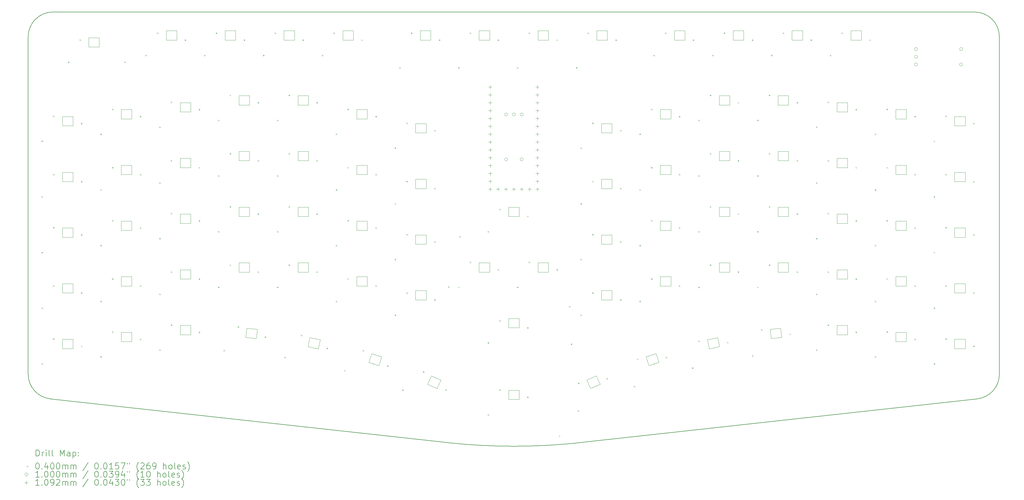
<source format=gbr>
%TF.GenerationSoftware,KiCad,Pcbnew,8.0.5*%
%TF.CreationDate,2024-10-10T16:30:11+02:00*%
%TF.ProjectId,eepyboard_rev2,65657079-626f-4617-9264-5f726576322e,1.1*%
%TF.SameCoordinates,Original*%
%TF.FileFunction,Drillmap*%
%TF.FilePolarity,Positive*%
%FSLAX45Y45*%
G04 Gerber Fmt 4.5, Leading zero omitted, Abs format (unit mm)*
G04 Created by KiCad (PCBNEW 8.0.5) date 2024-10-10 16:30:11*
%MOMM*%
%LPD*%
G01*
G04 APERTURE LIST*
%ADD10C,0.150000*%
%ADD11C,0.120000*%
%ADD12C,0.200000*%
%ADD13C,0.100000*%
%ADD14C,0.109220*%
G04 APERTURE END LIST*
D10*
X24093319Y-20250288D02*
G75*
G02*
X19696244Y-20250289I-2198539J19878828D01*
G01*
X36857723Y-18838582D02*
X24093319Y-20250288D01*
X6219781Y-7134830D02*
G75*
G02*
X7019782Y-6334831I799999J0D01*
G01*
X36769782Y-6334830D02*
G75*
G02*
X37569780Y-7134830I-2J-800000D01*
G01*
X7019782Y-6334830D02*
X36769782Y-6334830D01*
X37569781Y-7134830D02*
X37569781Y-18043430D01*
X6931840Y-18838582D02*
G75*
G02*
X6219780Y-18043430I87940J795152D01*
G01*
X6931840Y-18838582D02*
X19696244Y-20250289D01*
X37569781Y-18043430D02*
G75*
G02*
X36857723Y-18838583I-800001J0D01*
G01*
X6219781Y-18043430D02*
X6219781Y-7134830D01*
D11*
X7324781Y-10014830D02*
X7324781Y-9714830D01*
X7324781Y-9714830D02*
X7664782Y-9714830D01*
X7664781Y-10014830D02*
X7324781Y-10014830D01*
X7664782Y-9714830D02*
X7664781Y-10014830D01*
X30424781Y-11139830D02*
X30424781Y-10839830D01*
X30424781Y-10839830D02*
X30764781Y-10839830D01*
X30764781Y-11139830D02*
X30424781Y-11139830D01*
X30764781Y-10839830D02*
X30764781Y-11139830D01*
X36124781Y-11814830D02*
X36124781Y-11514830D01*
X36124781Y-11514830D02*
X36464782Y-11514830D01*
X36464781Y-11814830D02*
X36124781Y-11814830D01*
X36464782Y-11514830D02*
X36464781Y-11814830D01*
X26624781Y-9789830D02*
X26624781Y-9489830D01*
X26624781Y-9489830D02*
X26964781Y-9489830D01*
X26964781Y-9789830D02*
X26624781Y-9789830D01*
X26964781Y-9489830D02*
X26964781Y-9789830D01*
X36124781Y-15414830D02*
X36124781Y-15114830D01*
X36124781Y-15114830D02*
X36464781Y-15114830D01*
X36464781Y-15414830D02*
X36124781Y-15414830D01*
X36464781Y-15114830D02*
X36464781Y-15414830D01*
X18724781Y-12039830D02*
X18724781Y-11739830D01*
X18724781Y-11739830D02*
X19064782Y-11739830D01*
X19064781Y-12039830D02*
X18724781Y-12039830D01*
X19064782Y-11739830D02*
X19064781Y-12039830D01*
X24574781Y-7239830D02*
X24574781Y-6939830D01*
X24574781Y-6939830D02*
X24914781Y-6939830D01*
X24914781Y-7239830D02*
X24574781Y-7239830D01*
X24914781Y-6939830D02*
X24914781Y-7239830D01*
X14924781Y-14739830D02*
X14924781Y-14439830D01*
X14924781Y-14439830D02*
X15264781Y-14439830D01*
X15264781Y-14739830D02*
X14924781Y-14739830D01*
X15264781Y-14439830D02*
X15264781Y-14739830D01*
X9224781Y-15189830D02*
X9224781Y-14889830D01*
X9224781Y-14889830D02*
X9564781Y-14889830D01*
X9564781Y-15189830D02*
X9224781Y-15189830D01*
X9564781Y-14889830D02*
X9564781Y-15189830D01*
X8174781Y-7464830D02*
X8174781Y-7164830D01*
X8174781Y-7164830D02*
X8514781Y-7164830D01*
X8514781Y-7464830D02*
X8174781Y-7464830D01*
X8514781Y-7164830D02*
X8514781Y-7464830D01*
X36124781Y-17214830D02*
X36124781Y-16914830D01*
X36124781Y-16914830D02*
X36464781Y-16914830D01*
X36464781Y-17214830D02*
X36124781Y-17214830D01*
X36464781Y-16914830D02*
X36464781Y-17214830D01*
X14924781Y-11139830D02*
X14924781Y-10839830D01*
X14924781Y-10839830D02*
X15264781Y-10839830D01*
X15264781Y-11139830D02*
X14924781Y-11139830D01*
X15264781Y-10839830D02*
X15264781Y-11139830D01*
X16824781Y-13389830D02*
X16824781Y-13089830D01*
X16824781Y-13089830D02*
X17164781Y-13089830D01*
X17164781Y-13389830D02*
X16824781Y-13389830D01*
X17164781Y-13089830D02*
X17164781Y-13389830D01*
X18724781Y-13839830D02*
X18724781Y-13539830D01*
X18724781Y-13539830D02*
X19064781Y-13539830D01*
X19064781Y-13839830D02*
X18724781Y-13839830D01*
X19064781Y-13539830D02*
X19064781Y-13839830D01*
X30424781Y-14739830D02*
X30424781Y-14439830D01*
X30424781Y-14439830D02*
X30764781Y-14439830D01*
X30764781Y-14739830D02*
X30424781Y-14739830D01*
X30764781Y-14439830D02*
X30764781Y-14739830D01*
X16824781Y-15189830D02*
X16824781Y-14889830D01*
X16824781Y-14889830D02*
X17164781Y-14889830D01*
X17164781Y-15189830D02*
X16824781Y-15189830D01*
X17164781Y-14889830D02*
X17164781Y-15189830D01*
X7324781Y-17214830D02*
X7324781Y-16914830D01*
X7324781Y-16914830D02*
X7664781Y-16914830D01*
X7664781Y-17214830D02*
X7324781Y-17214830D01*
X7664781Y-16914830D02*
X7664781Y-17214830D01*
X10674781Y-7239830D02*
X10674781Y-6939830D01*
X10674781Y-6939830D02*
X11014781Y-6939830D01*
X11014781Y-7239830D02*
X10674781Y-7239830D01*
X11014781Y-6939830D02*
X11014781Y-7239830D01*
X18724781Y-10239830D02*
X18724781Y-9939830D01*
X18724781Y-9939830D02*
X19064781Y-9939830D01*
X19064781Y-10239830D02*
X18724781Y-10239830D01*
X19064781Y-9939830D02*
X19064781Y-10239830D01*
X9224781Y-9789830D02*
X9224781Y-9489830D01*
X9224781Y-9489830D02*
X9564781Y-9489830D01*
X9564781Y-9789830D02*
X9224781Y-9789830D01*
X9564781Y-9489830D02*
X9564781Y-9789830D01*
X24724781Y-15639830D02*
X24724781Y-15339830D01*
X24724781Y-15339830D02*
X25064781Y-15339830D01*
X25064781Y-15639830D02*
X24724781Y-15639830D01*
X25064781Y-15339830D02*
X25064781Y-15639830D01*
X24724781Y-13839830D02*
X24724781Y-13539830D01*
X24724781Y-13539830D02*
X25064781Y-13539830D01*
X25064781Y-13839830D02*
X24724781Y-13839830D01*
X25064781Y-13539830D02*
X25064781Y-13839830D01*
X28974781Y-7239830D02*
X28974781Y-6939830D01*
X28974781Y-6939830D02*
X29314781Y-6939831D01*
X29314781Y-7239830D02*
X28974781Y-7239830D01*
X29314781Y-6939831D02*
X29314781Y-7239830D01*
X13024781Y-12939830D02*
X13024781Y-12639830D01*
X13024781Y-12639830D02*
X13364781Y-12639830D01*
X13364781Y-12939830D02*
X13024781Y-12939830D01*
X13364781Y-12639830D02*
X13364781Y-12939830D01*
X32324781Y-16764830D02*
X32324781Y-16464830D01*
X32324781Y-16464830D02*
X32664781Y-16464830D01*
X32664781Y-16764830D02*
X32324781Y-16764830D01*
X32664781Y-16464830D02*
X32664781Y-16764830D01*
X15250980Y-17152265D02*
X15313354Y-16858821D01*
X15313354Y-16858821D02*
X15645924Y-16929511D01*
X15583550Y-17222955D02*
X15250980Y-17152265D01*
X15645924Y-16929511D02*
X15583550Y-17222955D01*
X12574781Y-7239830D02*
X12574781Y-6939830D01*
X12574781Y-6939830D02*
X12914781Y-6939830D01*
X12914781Y-7239830D02*
X12574781Y-7239830D01*
X12914781Y-6939830D02*
X12914781Y-7239830D01*
X28524781Y-14739830D02*
X28524781Y-14439830D01*
X28524781Y-14439830D02*
X28864781Y-14439830D01*
X28864781Y-14739830D02*
X28524781Y-14739830D01*
X28864781Y-14439830D02*
X28864781Y-14739830D01*
X26624781Y-13389830D02*
X26624781Y-13089830D01*
X26624781Y-13089830D02*
X26964781Y-13089830D01*
X26964781Y-13389830D02*
X26624781Y-13389830D01*
X26964781Y-13089830D02*
X26964781Y-13389830D01*
X32324781Y-13164830D02*
X32324781Y-12864830D01*
X32324781Y-12864830D02*
X32664782Y-12864830D01*
X32664781Y-13164830D02*
X32324781Y-13164830D01*
X32664782Y-12864830D02*
X32664781Y-13164830D01*
X34224781Y-9789830D02*
X34224781Y-9489830D01*
X34224781Y-9489830D02*
X34564781Y-9489830D01*
X34564781Y-9789830D02*
X34224781Y-9789830D01*
X34564781Y-9489830D02*
X34564781Y-9789830D01*
X36124781Y-10014830D02*
X36124781Y-9714830D01*
X36124781Y-9714830D02*
X36464781Y-9714830D01*
X36464781Y-10014830D02*
X36124781Y-10014830D01*
X36464781Y-9714830D02*
X36464781Y-10014830D01*
X24724781Y-12039830D02*
X24724781Y-11739830D01*
X24724781Y-11739830D02*
X25064781Y-11739830D01*
X25064781Y-12039830D02*
X24724781Y-12039830D01*
X25064781Y-11739830D02*
X25064781Y-12039830D01*
X22674781Y-7239830D02*
X22674781Y-6939830D01*
X22674781Y-6939830D02*
X23014781Y-6939830D01*
X23014781Y-7239830D02*
X22674781Y-7239830D01*
X23014781Y-6939830D02*
X23014781Y-7239830D01*
X13024781Y-9339830D02*
X13024781Y-9039830D01*
X13024781Y-9039830D02*
X13364781Y-9039830D01*
X13364781Y-9339830D02*
X13024781Y-9339830D01*
X13364781Y-9039830D02*
X13364781Y-9339830D01*
X14474781Y-7239830D02*
X14474781Y-6939830D01*
X14474781Y-6939830D02*
X14814781Y-6939830D01*
X14814781Y-7239830D02*
X14474781Y-7239830D01*
X14814781Y-6939830D02*
X14814781Y-7239830D01*
X21724781Y-12939830D02*
X21724781Y-12639830D01*
X21724781Y-12639830D02*
X22064781Y-12639830D01*
X22064781Y-12939830D02*
X21724781Y-12939830D01*
X22064781Y-12639830D02*
X22064781Y-12939830D01*
X11124781Y-9564830D02*
X11124781Y-9264830D01*
X11124781Y-9264830D02*
X11464781Y-9264830D01*
X11464781Y-9564830D02*
X11124781Y-9564830D01*
X11464781Y-9264830D02*
X11464781Y-9564830D01*
X27074781Y-7239830D02*
X27074781Y-6939830D01*
X27074781Y-6939830D02*
X27414781Y-6939830D01*
X27414781Y-7239830D02*
X27074781Y-7239830D01*
X27414781Y-6939830D02*
X27414781Y-7239830D01*
X13248033Y-16853045D02*
X13279392Y-16554689D01*
X13279392Y-16554689D02*
X13617529Y-16590228D01*
X13586171Y-16888585D02*
X13248033Y-16853045D01*
X13617529Y-16590228D02*
X13586171Y-16888585D01*
X16374781Y-7239830D02*
X16374781Y-6939830D01*
X16374781Y-6939830D02*
X16714781Y-6939830D01*
X16714781Y-7239830D02*
X16374781Y-7239830D01*
X16714781Y-6939830D02*
X16714781Y-7239830D01*
X24724781Y-10239830D02*
X24724781Y-9939830D01*
X24724781Y-9939830D02*
X25064781Y-9939830D01*
X25064781Y-10239830D02*
X24724781Y-10239830D01*
X25064781Y-9939830D02*
X25064781Y-10239830D01*
X26624781Y-11589830D02*
X26624781Y-11289830D01*
X26624781Y-11289830D02*
X26964781Y-11289830D01*
X26964781Y-11589830D02*
X26624781Y-11589830D01*
X26964781Y-11289830D02*
X26964781Y-11589830D01*
X16824781Y-9789830D02*
X16824781Y-9489830D01*
X16824781Y-9489830D02*
X17164781Y-9489830D01*
X17164781Y-9789830D02*
X16824781Y-9789830D01*
X17164781Y-9489830D02*
X17164781Y-9789830D01*
X24248291Y-18232555D02*
X24558897Y-18094264D01*
X24370312Y-18506618D02*
X24248291Y-18232555D01*
X24558897Y-18094264D02*
X24680918Y-18368328D01*
X24680918Y-18368328D02*
X24370312Y-18506618D01*
X36124781Y-13614830D02*
X36124781Y-13314830D01*
X36124781Y-13314830D02*
X36464781Y-13314830D01*
X36464781Y-13614830D02*
X36124781Y-13614830D01*
X36464781Y-13314830D02*
X36464781Y-13614830D01*
X32324781Y-11364830D02*
X32324781Y-11064830D01*
X32324781Y-11064830D02*
X32664781Y-11064830D01*
X32664781Y-11364830D02*
X32324781Y-11364830D01*
X32664781Y-11064830D02*
X32664781Y-11364830D01*
X26624781Y-15189830D02*
X26624781Y-14889830D01*
X26624781Y-14889830D02*
X26964781Y-14889830D01*
X26964781Y-15189830D02*
X26624781Y-15189830D01*
X26964781Y-14889830D02*
X26964781Y-15189830D01*
X11124781Y-11364830D02*
X11124781Y-11064830D01*
X11124781Y-11064830D02*
X11464781Y-11064830D01*
X11464781Y-11364830D02*
X11124781Y-11364830D01*
X11464781Y-11064830D02*
X11464781Y-11364830D01*
X13024781Y-11139830D02*
X13024781Y-10839830D01*
X13024781Y-10839830D02*
X13364782Y-10839830D01*
X13364781Y-11139830D02*
X13024781Y-11139830D01*
X13364782Y-10839830D02*
X13364781Y-11139830D01*
X32324781Y-9564830D02*
X32324781Y-9264830D01*
X32324781Y-9264830D02*
X32664781Y-9264830D01*
X32664781Y-9564830D02*
X32324781Y-9564830D01*
X32664781Y-9264830D02*
X32664781Y-9564830D01*
X9224781Y-16989830D02*
X9224781Y-16689830D01*
X9224781Y-16689830D02*
X9564781Y-16689830D01*
X9564781Y-16989830D02*
X9224781Y-16989830D01*
X9564781Y-16689830D02*
X9564781Y-16989830D01*
X26161820Y-17478960D02*
X26485179Y-17373894D01*
X26254525Y-17764277D02*
X26161820Y-17478960D01*
X26485179Y-17373894D02*
X26577884Y-17659211D01*
X26577884Y-17659211D02*
X26254525Y-17764277D01*
X34224781Y-15189830D02*
X34224782Y-14889830D01*
X34224782Y-14889830D02*
X34564782Y-14889830D01*
X34564782Y-15189830D02*
X34224781Y-15189830D01*
X34564782Y-14889830D02*
X34564782Y-15189830D01*
X30424781Y-12939830D02*
X30424781Y-12639830D01*
X30424781Y-12639830D02*
X30764781Y-12639830D01*
X30764781Y-12939830D02*
X30424781Y-12939830D01*
X30764781Y-12639830D02*
X30764781Y-12939830D01*
X28524781Y-12939830D02*
X28524781Y-12639830D01*
X28524781Y-12639830D02*
X28864781Y-12639830D01*
X28864781Y-12939830D02*
X28524781Y-12939830D01*
X28864781Y-12639830D02*
X28864781Y-12939830D01*
X11124781Y-13164830D02*
X11124781Y-12864830D01*
X11124781Y-12864830D02*
X11464781Y-12864830D01*
X11464781Y-13164830D02*
X11124781Y-13164830D01*
X11464781Y-12864830D02*
X11464781Y-13164830D01*
X28143639Y-16929511D02*
X28476209Y-16858821D01*
X28206012Y-17222955D02*
X28143639Y-16929511D01*
X28476209Y-16858821D02*
X28538582Y-17152265D01*
X28538582Y-17152265D02*
X28206012Y-17222955D01*
X28524781Y-9339830D02*
X28524781Y-9039830D01*
X28524781Y-9039830D02*
X28864781Y-9039830D01*
X28864781Y-9339830D02*
X28524781Y-9339830D01*
X28864781Y-9039830D02*
X28864781Y-9339830D01*
X7324781Y-15414830D02*
X7324781Y-15114830D01*
X7324781Y-15114830D02*
X7664781Y-15114830D01*
X7664781Y-15414830D02*
X7324781Y-15414830D01*
X7664781Y-15114830D02*
X7664781Y-15414830D01*
X34224781Y-11589830D02*
X34224781Y-11289830D01*
X34224781Y-11289830D02*
X34564781Y-11289830D01*
X34564781Y-11589830D02*
X34224781Y-11589830D01*
X34564781Y-11289830D02*
X34564781Y-11589830D01*
X34224781Y-13389830D02*
X34224781Y-13089830D01*
X34224781Y-13089830D02*
X34564781Y-13089830D01*
X34564781Y-13389830D02*
X34224781Y-13389830D01*
X34564781Y-13089830D02*
X34564781Y-13389830D01*
X30424781Y-9339830D02*
X30424781Y-9039830D01*
X30424781Y-9039830D02*
X30764781Y-9039830D01*
X30764781Y-9339830D02*
X30424781Y-9339830D01*
X30764781Y-9039830D02*
X30764781Y-9339830D01*
X16824781Y-11589830D02*
X16824781Y-11289830D01*
X16824781Y-11289830D02*
X17164781Y-11289830D01*
X17164781Y-11589830D02*
X16824781Y-11589830D01*
X17164781Y-11289830D02*
X17164781Y-11589830D01*
X30874781Y-7239830D02*
X30874781Y-6939830D01*
X30874781Y-6939830D02*
X31214781Y-6939830D01*
X31214781Y-7239830D02*
X30874781Y-7239830D01*
X31214781Y-6939830D02*
X31214781Y-7239830D01*
X20774781Y-7239830D02*
X20774781Y-6939830D01*
X20774781Y-6939830D02*
X21114781Y-6939830D01*
X21114781Y-7239830D02*
X20774781Y-7239830D01*
X21114781Y-6939830D02*
X21114781Y-7239830D01*
X19108645Y-18368328D02*
X19230666Y-18094264D01*
X19230666Y-18094264D02*
X19541271Y-18232555D01*
X19419250Y-18506618D02*
X19108645Y-18368328D01*
X19541271Y-18232555D02*
X19419250Y-18506618D01*
X21724781Y-18859807D02*
X21724781Y-18559808D01*
X21724781Y-18559808D02*
X22064781Y-18559808D01*
X22064781Y-18859808D02*
X21724781Y-18859807D01*
X22064781Y-18559808D02*
X22064781Y-18859808D01*
X32324781Y-14964830D02*
X32324781Y-14664830D01*
X32324781Y-14664830D02*
X32664781Y-14664830D01*
X32664781Y-14964830D02*
X32324781Y-14964830D01*
X32664781Y-14664830D02*
X32664781Y-14964830D01*
X14924781Y-9339831D02*
X14924781Y-9039831D01*
X14924781Y-9039831D02*
X15264782Y-9039831D01*
X15264781Y-9339831D02*
X14924781Y-9339831D01*
X15264782Y-9039831D02*
X15264781Y-9339831D01*
X32774781Y-7239830D02*
X32774781Y-6939830D01*
X32774781Y-6939830D02*
X33114781Y-6939830D01*
X33114781Y-7239830D02*
X32774781Y-7239830D01*
X33114781Y-6939830D02*
X33114781Y-7239830D01*
X7324781Y-11814830D02*
X7324781Y-11514830D01*
X7324781Y-11514830D02*
X7664781Y-11514830D01*
X7664781Y-11814830D02*
X7324781Y-11814830D01*
X7664781Y-11514830D02*
X7664781Y-11814830D01*
X20774781Y-14739830D02*
X20774781Y-14439830D01*
X20774781Y-14439830D02*
X21114781Y-14439830D01*
X21114781Y-14739830D02*
X20774781Y-14739830D01*
X21114781Y-14439830D02*
X21114781Y-14739830D01*
X7324781Y-13614830D02*
X7324781Y-13314830D01*
X7324781Y-13314830D02*
X7664781Y-13314830D01*
X7664781Y-13614830D02*
X7324781Y-13614830D01*
X7664781Y-13314830D02*
X7664781Y-13614830D01*
X11124781Y-16764830D02*
X11124781Y-16464830D01*
X11124781Y-16464830D02*
X11464781Y-16464830D01*
X11464781Y-16764830D02*
X11124781Y-16764830D01*
X11464781Y-16464830D02*
X11464781Y-16764830D01*
X22674781Y-14739830D02*
X22674781Y-14439830D01*
X22674781Y-14439830D02*
X23014781Y-14439830D01*
X23014781Y-14739830D02*
X22674781Y-14739830D01*
X23014781Y-14439830D02*
X23014781Y-14739830D01*
X13024781Y-14739830D02*
X13024781Y-14439830D01*
X13024781Y-14439830D02*
X13364781Y-14439830D01*
X13364781Y-14739830D02*
X13024781Y-14739830D01*
X13364781Y-14439830D02*
X13364781Y-14739830D01*
X18724781Y-15639830D02*
X18724781Y-15339830D01*
X18724781Y-15339830D02*
X19064782Y-15339830D01*
X19064781Y-15639830D02*
X18724781Y-15639830D01*
X19064782Y-15339830D02*
X19064781Y-15639830D01*
X17211678Y-17659211D02*
X17304383Y-17373894D01*
X17304383Y-17373894D02*
X17627742Y-17478960D01*
X17535037Y-17764277D02*
X17211678Y-17659211D01*
X17627742Y-17478960D02*
X17535037Y-17764277D01*
X9224781Y-13389830D02*
X9224781Y-13089830D01*
X9224781Y-13089830D02*
X9564781Y-13089830D01*
X9564781Y-13389830D02*
X9224781Y-13389830D01*
X9564781Y-13089830D02*
X9564781Y-13389830D01*
X21724781Y-16539830D02*
X21724781Y-16239830D01*
X21724781Y-16239830D02*
X22064782Y-16239830D01*
X22064781Y-16539830D02*
X21724781Y-16539830D01*
X22064782Y-16239830D02*
X22064781Y-16539830D01*
X28524782Y-11139830D02*
X28524782Y-10839830D01*
X28524782Y-10839830D02*
X28864782Y-10839830D01*
X28864782Y-11139830D02*
X28524782Y-11139830D01*
X28864782Y-10839830D02*
X28864782Y-11139830D01*
X34224782Y-16989830D02*
X34224782Y-16689830D01*
X34224782Y-16689830D02*
X34564782Y-16689830D01*
X34564782Y-16989830D02*
X34224782Y-16989830D01*
X34564782Y-16689830D02*
X34564782Y-16989830D01*
X30172033Y-16590229D02*
X30510171Y-16554689D01*
X30203392Y-16888585D02*
X30172033Y-16590229D01*
X30510171Y-16554689D02*
X30541529Y-16853046D01*
X30541529Y-16853046D02*
X30203392Y-16888585D01*
X11124781Y-14964830D02*
X11124782Y-14664830D01*
X11124782Y-14664830D02*
X11464782Y-14664830D01*
X11464781Y-14964830D02*
X11124781Y-14964830D01*
X11464782Y-14664830D02*
X11464781Y-14964830D01*
X18874781Y-7239830D02*
X18874781Y-6939830D01*
X18874781Y-6939830D02*
X19214782Y-6939830D01*
X19214781Y-7239830D02*
X18874781Y-7239830D01*
X19214782Y-6939830D02*
X19214781Y-7239830D01*
X9224781Y-11589830D02*
X9224781Y-11289830D01*
X9224781Y-11289830D02*
X9564782Y-11289830D01*
X9564781Y-11589830D02*
X9224781Y-11589830D01*
X9564782Y-11289830D02*
X9564781Y-11589830D01*
X14924781Y-12939830D02*
X14924781Y-12639830D01*
X14924781Y-12639830D02*
X15264781Y-12639830D01*
X15264781Y-12939830D02*
X14924781Y-12939830D01*
X15264781Y-12639830D02*
X15264781Y-12939830D01*
D12*
D13*
X6649781Y-10489830D02*
X6689781Y-10529830D01*
X6689781Y-10489830D02*
X6649781Y-10529830D01*
X6649781Y-12289830D02*
X6689781Y-12329830D01*
X6689781Y-12289830D02*
X6649781Y-12329830D01*
X6649781Y-14089830D02*
X6689781Y-14129830D01*
X6689781Y-14089830D02*
X6649781Y-14129830D01*
X6649781Y-15889830D02*
X6689781Y-15929830D01*
X6689781Y-15889830D02*
X6649781Y-15929830D01*
X6649781Y-17689830D02*
X6689781Y-17729830D01*
X6689781Y-17689830D02*
X6649781Y-17729830D01*
X7024781Y-9683580D02*
X7064781Y-9723580D01*
X7064781Y-9683580D02*
X7024781Y-9723580D01*
X7024781Y-11569830D02*
X7064781Y-11609830D01*
X7064781Y-11569830D02*
X7024781Y-11609830D01*
X7024781Y-13283580D02*
X7064781Y-13323580D01*
X7064781Y-13283580D02*
X7024781Y-13323580D01*
X7024781Y-15169830D02*
X7064781Y-15209830D01*
X7064781Y-15169830D02*
X7024781Y-15209830D01*
X7024781Y-16883580D02*
X7064781Y-16923580D01*
X7064781Y-16883580D02*
X7024781Y-16923580D01*
X7499781Y-7939830D02*
X7539781Y-7979830D01*
X7539781Y-7939830D02*
X7499781Y-7979830D01*
X7874781Y-7219830D02*
X7914781Y-7259830D01*
X7914781Y-7219830D02*
X7874781Y-7259830D01*
X7924781Y-9919830D02*
X7964781Y-9959830D01*
X7964781Y-9919830D02*
X7924781Y-9959830D01*
X7924781Y-11796080D02*
X7964781Y-11836080D01*
X7964781Y-11796080D02*
X7924781Y-11836080D01*
X7924781Y-13519830D02*
X7964781Y-13559830D01*
X7964781Y-13519830D02*
X7924781Y-13559830D01*
X7924781Y-15396080D02*
X7964781Y-15436080D01*
X7964781Y-15396080D02*
X7924781Y-15436080D01*
X7924781Y-17119830D02*
X7964781Y-17159830D01*
X7964781Y-17119830D02*
X7924781Y-17159830D01*
X8549781Y-10264830D02*
X8589781Y-10304830D01*
X8589781Y-10264830D02*
X8549781Y-10304830D01*
X8549781Y-12064830D02*
X8589781Y-12104830D01*
X8589781Y-12064830D02*
X8549781Y-12104830D01*
X8549781Y-13864830D02*
X8589781Y-13904830D01*
X8589781Y-13864830D02*
X8549781Y-13904830D01*
X8549781Y-15664830D02*
X8589781Y-15704830D01*
X8589781Y-15664830D02*
X8549781Y-15704830D01*
X8549781Y-17464830D02*
X8589781Y-17504830D01*
X8589781Y-17464830D02*
X8549781Y-17504830D01*
X8924782Y-9458580D02*
X8964782Y-9498580D01*
X8964782Y-9458580D02*
X8924782Y-9498580D01*
X8924782Y-11344830D02*
X8964782Y-11384830D01*
X8964782Y-11344830D02*
X8924782Y-11384830D01*
X8924782Y-13058580D02*
X8964782Y-13098580D01*
X8964782Y-13058580D02*
X8924782Y-13098580D01*
X8924782Y-14944830D02*
X8964782Y-14984830D01*
X8964782Y-14944830D02*
X8924782Y-14984830D01*
X8924782Y-16658580D02*
X8964782Y-16698580D01*
X8964782Y-16658580D02*
X8924782Y-16698580D01*
X9324781Y-7939830D02*
X9364781Y-7979830D01*
X9364781Y-7939830D02*
X9324781Y-7979830D01*
X9824782Y-9694830D02*
X9864782Y-9734830D01*
X9864782Y-9694830D02*
X9824782Y-9734830D01*
X9824782Y-11571080D02*
X9864782Y-11611080D01*
X9864782Y-11571080D02*
X9824782Y-11611080D01*
X9824782Y-13294830D02*
X9864782Y-13334830D01*
X9864782Y-13294830D02*
X9824782Y-13334830D01*
X9824782Y-15171080D02*
X9864782Y-15211080D01*
X9864782Y-15171080D02*
X9824782Y-15211080D01*
X9824782Y-16894830D02*
X9864782Y-16934830D01*
X9864782Y-16894830D02*
X9824782Y-16934830D01*
X9999781Y-7714830D02*
X10039781Y-7754830D01*
X10039781Y-7714830D02*
X9999781Y-7754830D01*
X10374781Y-6994830D02*
X10414781Y-7034830D01*
X10414781Y-6994830D02*
X10374781Y-7034830D01*
X10449781Y-10039830D02*
X10489781Y-10079830D01*
X10489781Y-10039830D02*
X10449781Y-10079830D01*
X10449781Y-11839830D02*
X10489781Y-11879830D01*
X10489781Y-11839830D02*
X10449781Y-11879830D01*
X10449781Y-13639830D02*
X10489781Y-13679830D01*
X10489781Y-13639830D02*
X10449781Y-13679830D01*
X10449781Y-15439830D02*
X10489781Y-15479830D01*
X10489781Y-15439830D02*
X10449781Y-15479830D01*
X10449781Y-17239830D02*
X10489781Y-17279830D01*
X10489781Y-17239830D02*
X10449781Y-17279830D01*
X10824782Y-9233580D02*
X10864782Y-9273580D01*
X10864782Y-9233580D02*
X10824782Y-9273580D01*
X10824782Y-11119830D02*
X10864782Y-11159830D01*
X10864782Y-11119830D02*
X10824782Y-11159830D01*
X10824782Y-12833580D02*
X10864782Y-12873580D01*
X10864782Y-12833580D02*
X10824782Y-12873580D01*
X10824782Y-14719830D02*
X10864782Y-14759830D01*
X10864782Y-14719830D02*
X10824782Y-14759830D01*
X10824782Y-16433580D02*
X10864782Y-16473580D01*
X10864782Y-16433580D02*
X10824782Y-16473580D01*
X11274781Y-7221080D02*
X11314781Y-7261080D01*
X11314781Y-7221080D02*
X11274781Y-7261080D01*
X11724781Y-9469830D02*
X11764781Y-9509830D01*
X11764781Y-9469830D02*
X11724781Y-9509830D01*
X11724781Y-11346080D02*
X11764781Y-11386080D01*
X11764781Y-11346080D02*
X11724781Y-11386080D01*
X11724781Y-13069830D02*
X11764781Y-13109830D01*
X11764781Y-13069830D02*
X11724781Y-13109830D01*
X11724781Y-14946080D02*
X11764781Y-14986080D01*
X11764781Y-14946080D02*
X11724781Y-14986080D01*
X11724782Y-16669830D02*
X11764782Y-16709830D01*
X11764782Y-16669830D02*
X11724782Y-16709830D01*
X11899781Y-7714830D02*
X11939781Y-7754830D01*
X11939781Y-7714830D02*
X11899781Y-7754830D01*
X12274781Y-6994830D02*
X12314781Y-7034830D01*
X12314781Y-6994830D02*
X12274781Y-7034830D01*
X12349781Y-13414830D02*
X12389781Y-13454830D01*
X12389781Y-13414830D02*
X12349781Y-13454830D01*
X12349781Y-15214830D02*
X12389781Y-15254830D01*
X12389781Y-15214830D02*
X12349781Y-15254830D01*
X12349781Y-9814830D02*
X12389781Y-9854830D01*
X12389781Y-9814830D02*
X12349781Y-9854830D01*
X12349781Y-11614830D02*
X12389781Y-11654830D01*
X12389781Y-11614830D02*
X12349781Y-11654830D01*
X12524879Y-17256867D02*
X12564879Y-17296867D01*
X12564879Y-17256867D02*
X12524879Y-17296867D01*
X12724781Y-9008580D02*
X12764781Y-9048580D01*
X12764781Y-9008580D02*
X12724781Y-9048580D01*
X12724781Y-10894830D02*
X12764781Y-10934830D01*
X12764781Y-10894830D02*
X12724781Y-10934830D01*
X12724781Y-12608580D02*
X12764781Y-12648580D01*
X12764781Y-12608580D02*
X12724781Y-12648580D01*
X12724781Y-14494830D02*
X12764781Y-14534830D01*
X12764781Y-14494830D02*
X12724781Y-14534830D01*
X12982101Y-16494233D02*
X13022101Y-16534233D01*
X13022101Y-16494233D02*
X12982101Y-16534233D01*
X13174781Y-7221080D02*
X13214781Y-7261080D01*
X13214781Y-7221080D02*
X13174781Y-7261080D01*
X13624781Y-9244830D02*
X13664781Y-9284830D01*
X13664781Y-9244830D02*
X13624781Y-9284830D01*
X13624781Y-11121080D02*
X13664781Y-11161080D01*
X13664781Y-11121080D02*
X13624781Y-11161080D01*
X13624781Y-12844830D02*
X13664781Y-12884830D01*
X13664781Y-12844830D02*
X13624781Y-12884830D01*
X13624781Y-14721080D02*
X13664781Y-14761080D01*
X13664781Y-14721080D02*
X13624781Y-14761080D01*
X13799781Y-7714830D02*
X13839781Y-7754830D01*
X13839781Y-7714830D02*
X13799781Y-7754830D01*
X13852476Y-16823264D02*
X13892476Y-16863264D01*
X13892476Y-16823264D02*
X13852476Y-16863264D01*
X14174781Y-6994830D02*
X14214781Y-7034830D01*
X14214781Y-6994830D02*
X14174781Y-7034830D01*
X14249781Y-15214830D02*
X14289781Y-15254830D01*
X14289781Y-15214830D02*
X14249781Y-15254830D01*
X14249781Y-13414830D02*
X14289781Y-13454830D01*
X14289781Y-13414830D02*
X14249781Y-13454830D01*
X14249781Y-9814830D02*
X14289781Y-9854830D01*
X14289781Y-9814830D02*
X14249781Y-9854830D01*
X14249781Y-11614830D02*
X14289781Y-11654830D01*
X14289781Y-11614830D02*
X14249781Y-11654830D01*
X14487377Y-17480266D02*
X14527377Y-17520266D01*
X14527377Y-17480266D02*
X14487377Y-17520266D01*
X14624781Y-9008580D02*
X14664781Y-9048580D01*
X14664781Y-9008580D02*
X14624781Y-9048580D01*
X14624781Y-10894830D02*
X14664781Y-10934830D01*
X14664781Y-10894830D02*
X14624781Y-10934830D01*
X14624781Y-12608580D02*
X14664781Y-12648580D01*
X14664781Y-12608580D02*
X14624781Y-12648580D01*
X14624781Y-14494830D02*
X14664781Y-14534830D01*
X14664781Y-14494830D02*
X14624781Y-14534830D01*
X15021811Y-16769601D02*
X15061811Y-16809601D01*
X15061811Y-16769601D02*
X15021811Y-16809601D01*
X15074781Y-7221080D02*
X15114781Y-7261080D01*
X15114781Y-7221080D02*
X15074781Y-7261080D01*
X15524781Y-9244831D02*
X15564781Y-9284831D01*
X15564781Y-9244831D02*
X15524781Y-9284831D01*
X15524781Y-11121080D02*
X15564781Y-11161080D01*
X15564781Y-11121080D02*
X15524781Y-11161080D01*
X15524781Y-12844830D02*
X15564781Y-12884830D01*
X15564781Y-12844830D02*
X15524781Y-12884830D01*
X15524781Y-14721080D02*
X15564781Y-14761080D01*
X15564781Y-14721080D02*
X15524781Y-14761080D01*
X15699781Y-7714830D02*
X15739781Y-7754830D01*
X15739781Y-7714830D02*
X15699781Y-7754830D01*
X15853025Y-17187809D02*
X15893025Y-17227809D01*
X15893025Y-17187809D02*
X15853025Y-17227809D01*
X16074781Y-6994830D02*
X16114781Y-7034830D01*
X16114781Y-6994830D02*
X16074781Y-7034830D01*
X16149781Y-15664830D02*
X16189781Y-15704830D01*
X16189781Y-15664830D02*
X16149781Y-15704830D01*
X16149781Y-13864830D02*
X16189781Y-13904830D01*
X16189781Y-13864830D02*
X16149781Y-13904830D01*
X16149781Y-10264830D02*
X16189781Y-10304830D01*
X16189781Y-10264830D02*
X16149781Y-10304830D01*
X16149781Y-12064830D02*
X16189781Y-12104830D01*
X16189781Y-12064830D02*
X16149781Y-12104830D01*
X16415772Y-17907578D02*
X16455772Y-17947578D01*
X16455772Y-17907578D02*
X16415772Y-17947578D01*
X16524781Y-9458580D02*
X16564781Y-9498580D01*
X16564781Y-9458580D02*
X16524781Y-9498580D01*
X16524781Y-11344830D02*
X16564781Y-11384830D01*
X16564781Y-11344830D02*
X16524781Y-11384830D01*
X16524781Y-13058580D02*
X16564781Y-13098580D01*
X16564781Y-13058580D02*
X16524781Y-13098580D01*
X16524781Y-14944830D02*
X16564781Y-14984830D01*
X16564781Y-14944830D02*
X16524781Y-14984830D01*
X16974781Y-7221080D02*
X17014781Y-7261080D01*
X17014781Y-7221080D02*
X16974781Y-7261080D01*
X17021564Y-17256670D02*
X17061564Y-17296670D01*
X17061564Y-17256670D02*
X17021564Y-17296670D01*
X17424782Y-9694830D02*
X17464782Y-9734830D01*
X17464782Y-9694830D02*
X17424782Y-9734830D01*
X17424782Y-11571080D02*
X17464782Y-11611080D01*
X17464782Y-11571080D02*
X17424782Y-11611080D01*
X17424782Y-13294830D02*
X17464782Y-13334830D01*
X17464782Y-13294830D02*
X17424782Y-13334830D01*
X17424782Y-15171080D02*
X17464782Y-15211080D01*
X17464782Y-15171080D02*
X17424782Y-15211080D01*
X17804510Y-17759472D02*
X17844510Y-17799472D01*
X17844510Y-17759472D02*
X17804510Y-17799472D01*
X18049781Y-14314830D02*
X18089781Y-14354830D01*
X18089781Y-14314830D02*
X18049781Y-14354830D01*
X18049781Y-16114830D02*
X18089781Y-16154830D01*
X18089781Y-16114830D02*
X18049781Y-16154830D01*
X18049781Y-10714830D02*
X18089781Y-10754830D01*
X18089781Y-10714830D02*
X18049781Y-10754830D01*
X18049781Y-12514830D02*
X18089781Y-12554830D01*
X18089781Y-12514830D02*
X18049781Y-12554830D01*
X18199781Y-8114830D02*
X18239781Y-8154830D01*
X18239781Y-8114830D02*
X18199781Y-8154830D01*
X18288938Y-18534120D02*
X18328938Y-18574120D01*
X18328938Y-18534120D02*
X18288938Y-18574120D01*
X18424782Y-9908580D02*
X18464782Y-9948580D01*
X18464782Y-9908580D02*
X18424782Y-9948580D01*
X18424782Y-11794830D02*
X18464782Y-11834830D01*
X18464782Y-11794830D02*
X18424782Y-11834830D01*
X18424782Y-13508580D02*
X18464782Y-13548580D01*
X18464782Y-13508580D02*
X18424782Y-13548580D01*
X18424782Y-15394830D02*
X18464782Y-15434830D01*
X18464782Y-15394830D02*
X18424782Y-15434830D01*
X18574781Y-6994830D02*
X18614781Y-7034830D01*
X18614781Y-6994830D02*
X18574781Y-7034830D01*
X18959449Y-17950101D02*
X18999449Y-17990101D01*
X18999449Y-17950101D02*
X18959449Y-17990101D01*
X19324782Y-10144830D02*
X19364782Y-10184830D01*
X19364782Y-10144830D02*
X19324782Y-10184830D01*
X19324782Y-12021080D02*
X19364782Y-12061080D01*
X19364782Y-12021080D02*
X19324782Y-12061080D01*
X19324782Y-13744830D02*
X19364782Y-13784830D01*
X19364782Y-13744830D02*
X19324782Y-13784830D01*
X19324782Y-15621080D02*
X19364782Y-15661080D01*
X19364782Y-15621080D02*
X19324782Y-15661080D01*
X19474781Y-7221080D02*
X19514781Y-7261080D01*
X19514781Y-7221080D02*
X19474781Y-7261080D01*
X19685548Y-18531989D02*
X19725548Y-18571989D01*
X19725548Y-18531989D02*
X19685548Y-18571989D01*
X19774781Y-15204830D02*
X19814781Y-15244830D01*
X19814781Y-15204830D02*
X19774781Y-15244830D01*
X20099781Y-8114830D02*
X20139781Y-8154830D01*
X20139781Y-8114830D02*
X20099781Y-8154830D01*
X20099781Y-15214830D02*
X20139781Y-15254830D01*
X20139781Y-15214830D02*
X20099781Y-15254830D01*
X20137281Y-13577330D02*
X20177281Y-13617330D01*
X20177281Y-13577330D02*
X20137281Y-13617330D01*
X20474781Y-6994830D02*
X20514781Y-7034830D01*
X20514781Y-6994830D02*
X20474781Y-7034830D01*
X20474782Y-14408581D02*
X20514782Y-14448581D01*
X20514782Y-14408581D02*
X20474782Y-14448581D01*
X21049781Y-17009808D02*
X21089781Y-17049808D01*
X21089781Y-17009808D02*
X21049781Y-17049808D01*
X21049781Y-13414830D02*
X21089781Y-13454830D01*
X21089781Y-13414830D02*
X21049781Y-13454830D01*
X21049781Y-19334808D02*
X21089781Y-19374808D01*
X21089781Y-19334808D02*
X21049781Y-19374808D01*
X21374781Y-7221080D02*
X21414781Y-7261080D01*
X21414781Y-7221080D02*
X21374781Y-7261080D01*
X21374782Y-14644830D02*
X21414782Y-14684830D01*
X21414782Y-14644830D02*
X21374782Y-14684830D01*
X21424781Y-18528558D02*
X21464781Y-18568558D01*
X21464781Y-18528558D02*
X21424781Y-18568558D01*
X21424782Y-12694830D02*
X21464782Y-12734830D01*
X21464782Y-12694830D02*
X21424782Y-12734830D01*
X21424782Y-16294830D02*
X21464782Y-16334830D01*
X21464782Y-16294830D02*
X21424782Y-16334830D01*
X21999781Y-8114830D02*
X22039781Y-8154830D01*
X22039781Y-8114830D02*
X21999781Y-8154830D01*
X21999781Y-15214830D02*
X22039781Y-15254830D01*
X22039781Y-15214830D02*
X21999781Y-15254830D01*
X22324781Y-18764808D02*
X22364781Y-18804808D01*
X22364781Y-18764808D02*
X22324781Y-18804808D01*
X22324782Y-12921080D02*
X22364782Y-12961080D01*
X22364782Y-12921080D02*
X22324782Y-12961080D01*
X22324782Y-16521080D02*
X22364782Y-16561080D01*
X22364782Y-16521080D02*
X22324782Y-16561080D01*
X22374781Y-6994830D02*
X22414781Y-7034830D01*
X22414781Y-6994830D02*
X22374781Y-7034830D01*
X22374781Y-14408580D02*
X22414781Y-14448580D01*
X22414781Y-14408580D02*
X22374781Y-14448580D01*
X23274781Y-7221080D02*
X23314781Y-7261080D01*
X23314781Y-7221080D02*
X23274781Y-7261080D01*
X23274781Y-14644830D02*
X23314781Y-14684830D01*
X23314781Y-14644830D02*
X23274781Y-14684830D01*
X23349781Y-20024808D02*
X23389781Y-20064808D01*
X23389781Y-20024808D02*
X23349781Y-20064808D01*
X23674781Y-15839830D02*
X23714781Y-15879830D01*
X23714781Y-15839830D02*
X23674781Y-15879830D01*
X23737281Y-17052330D02*
X23777281Y-17092330D01*
X23777281Y-17052330D02*
X23737281Y-17092330D01*
X23899781Y-8114830D02*
X23939781Y-8154830D01*
X23939781Y-8114830D02*
X23899781Y-8154830D01*
X23953275Y-19205236D02*
X23993275Y-19245236D01*
X23993275Y-19205236D02*
X23953275Y-19245236D01*
X23967923Y-18316164D02*
X24007923Y-18356164D01*
X24007923Y-18316164D02*
X23967923Y-18356164D01*
X24049781Y-14314830D02*
X24089781Y-14354830D01*
X24089781Y-14314830D02*
X24049781Y-14354830D01*
X24049781Y-16114830D02*
X24089781Y-16154830D01*
X24089781Y-16114830D02*
X24049781Y-16154830D01*
X24049781Y-10714830D02*
X24089781Y-10754830D01*
X24089781Y-10714830D02*
X24049781Y-10754830D01*
X24049781Y-12514830D02*
X24089781Y-12554830D01*
X24089781Y-12514830D02*
X24049781Y-12554830D01*
X24274781Y-6994830D02*
X24314781Y-7034830D01*
X24314781Y-6994830D02*
X24274781Y-7034830D01*
X24424781Y-9908580D02*
X24464781Y-9948580D01*
X24464781Y-9908580D02*
X24424781Y-9948580D01*
X24424781Y-11794830D02*
X24464781Y-11834830D01*
X24464781Y-11794830D02*
X24424781Y-11834830D01*
X24424781Y-13508580D02*
X24464781Y-13548580D01*
X24464781Y-13508580D02*
X24424781Y-13548580D01*
X24424781Y-15394830D02*
X24464781Y-15434830D01*
X24464781Y-15394830D02*
X24424781Y-15434830D01*
X24886205Y-18165925D02*
X24926205Y-18205925D01*
X24926205Y-18165925D02*
X24886205Y-18205925D01*
X25174781Y-7221080D02*
X25214781Y-7261080D01*
X25214781Y-7221080D02*
X25174781Y-7261080D01*
X25324781Y-10144830D02*
X25364781Y-10184830D01*
X25364781Y-10144830D02*
X25324781Y-10184830D01*
X25324781Y-12021080D02*
X25364781Y-12061080D01*
X25364781Y-12021080D02*
X25324781Y-12061080D01*
X25324781Y-13744830D02*
X25364781Y-13784830D01*
X25364781Y-13744830D02*
X25324781Y-13784830D01*
X25324781Y-15621080D02*
X25364781Y-15661080D01*
X25364781Y-15621080D02*
X25324781Y-15661080D01*
X25764546Y-18417456D02*
X25804546Y-18457456D01*
X25804546Y-18417456D02*
X25764546Y-18457456D01*
X25872048Y-17534785D02*
X25912048Y-17574785D01*
X25912048Y-17534785D02*
X25872048Y-17574785D01*
X25949781Y-13864830D02*
X25989781Y-13904830D01*
X25989781Y-13864830D02*
X25949781Y-13904830D01*
X25949781Y-15664830D02*
X25989781Y-15704830D01*
X25989781Y-15664830D02*
X25949781Y-15704830D01*
X25949781Y-10264830D02*
X25989781Y-10304830D01*
X25989781Y-10264830D02*
X25949781Y-10304830D01*
X25949781Y-12064830D02*
X25989781Y-12104830D01*
X25989781Y-12064830D02*
X25949781Y-12104830D01*
X26324781Y-9458580D02*
X26364781Y-9498580D01*
X26364781Y-9458580D02*
X26324781Y-9498580D01*
X26324781Y-11344830D02*
X26364781Y-11384830D01*
X26364781Y-11344830D02*
X26324781Y-11384830D01*
X26324781Y-13058580D02*
X26364781Y-13098580D01*
X26364781Y-13058580D02*
X26324781Y-13098580D01*
X26324781Y-14944830D02*
X26364781Y-14984830D01*
X26364781Y-14944830D02*
X26324781Y-14984830D01*
X26399781Y-7714830D02*
X26439781Y-7754830D01*
X26439781Y-7714830D02*
X26399781Y-7754830D01*
X26774781Y-6994830D02*
X26814781Y-7034830D01*
X26814781Y-6994830D02*
X26774781Y-7034830D01*
X26801004Y-17481357D02*
X26841004Y-17521357D01*
X26841004Y-17481357D02*
X26801004Y-17521357D01*
X27224781Y-9694830D02*
X27264781Y-9734830D01*
X27264781Y-9694830D02*
X27224781Y-9734830D01*
X27224781Y-11571080D02*
X27264781Y-11611080D01*
X27264781Y-11571080D02*
X27224781Y-11611080D01*
X27224781Y-13294830D02*
X27264781Y-13334830D01*
X27264781Y-13294830D02*
X27224781Y-13334830D01*
X27224781Y-15171080D02*
X27264781Y-15211080D01*
X27264781Y-15171080D02*
X27224781Y-15211080D01*
X27648241Y-17823321D02*
X27688241Y-17863321D01*
X27688241Y-17823321D02*
X27648241Y-17863321D01*
X27674781Y-7221080D02*
X27714781Y-7261080D01*
X27714781Y-7221080D02*
X27674781Y-7261080D01*
X27847418Y-16956722D02*
X27887418Y-16996722D01*
X27887418Y-16956722D02*
X27847418Y-16996722D01*
X27849781Y-13414830D02*
X27889781Y-13454830D01*
X27889781Y-13414830D02*
X27849781Y-13454830D01*
X27849781Y-15214830D02*
X27889781Y-15254830D01*
X27889781Y-15214830D02*
X27849781Y-15254830D01*
X27849781Y-9814830D02*
X27889781Y-9854830D01*
X27889781Y-9814830D02*
X27849781Y-9854830D01*
X27849781Y-11614830D02*
X27889781Y-11654830D01*
X27889781Y-11614830D02*
X27849781Y-11654830D01*
X28224781Y-9008580D02*
X28264781Y-9048580D01*
X28264781Y-9008580D02*
X28224781Y-9048580D01*
X28224781Y-10894830D02*
X28264781Y-10934830D01*
X28264781Y-10894830D02*
X28224781Y-10934830D01*
X28224781Y-12608580D02*
X28264781Y-12648580D01*
X28264781Y-12608580D02*
X28224781Y-12648580D01*
X28224781Y-14494830D02*
X28264781Y-14534830D01*
X28264781Y-14494830D02*
X28224781Y-14534830D01*
X28299781Y-7714830D02*
X28339781Y-7754830D01*
X28339781Y-7714830D02*
X28299781Y-7754830D01*
X28674781Y-6994830D02*
X28714781Y-7034830D01*
X28714781Y-6994830D02*
X28674781Y-7034830D01*
X28776870Y-17000689D02*
X28816870Y-17040689D01*
X28816870Y-17000689D02*
X28776870Y-17040689D01*
X29124781Y-9244830D02*
X29164781Y-9284830D01*
X29164781Y-9244830D02*
X29124781Y-9284830D01*
X29124781Y-11121081D02*
X29164781Y-11161081D01*
X29164781Y-11121081D02*
X29124781Y-11161081D01*
X29124781Y-12844830D02*
X29164781Y-12884830D01*
X29164781Y-12844830D02*
X29124781Y-12884830D01*
X29124781Y-14721080D02*
X29164781Y-14761080D01*
X29164781Y-14721080D02*
X29124781Y-14761080D01*
X29574781Y-7221080D02*
X29614781Y-7261080D01*
X29614781Y-7221080D02*
X29574781Y-7261080D01*
X29583722Y-17429340D02*
X29623722Y-17469340D01*
X29623722Y-17429340D02*
X29583722Y-17469340D01*
X29749781Y-13414830D02*
X29789781Y-13454830D01*
X29789781Y-13414830D02*
X29749781Y-13454830D01*
X29749781Y-15214830D02*
X29789781Y-15254830D01*
X29789781Y-15214830D02*
X29749781Y-15254830D01*
X29749781Y-9814830D02*
X29789781Y-9854830D01*
X29789781Y-9814830D02*
X29749781Y-9854830D01*
X29749781Y-11614830D02*
X29789781Y-11654830D01*
X29789781Y-11614830D02*
X29749781Y-11654830D01*
X29872391Y-16588308D02*
X29912391Y-16628308D01*
X29912391Y-16588308D02*
X29872391Y-16628308D01*
X30124781Y-9008580D02*
X30164781Y-9048580D01*
X30164781Y-9008580D02*
X30124781Y-9048580D01*
X30124781Y-10894830D02*
X30164781Y-10934830D01*
X30164781Y-10894830D02*
X30124781Y-10934830D01*
X30124781Y-12608580D02*
X30164781Y-12648580D01*
X30164781Y-12608580D02*
X30124781Y-12648580D01*
X30124781Y-14494830D02*
X30164781Y-14534830D01*
X30164781Y-14494830D02*
X30124781Y-14534830D01*
X30199781Y-7714830D02*
X30239781Y-7754830D01*
X30239781Y-7714830D02*
X30199781Y-7754830D01*
X30574781Y-6994830D02*
X30614781Y-7034830D01*
X30614781Y-6994830D02*
X30574781Y-7034830D01*
X30792156Y-16729188D02*
X30832156Y-16769188D01*
X30832156Y-16729188D02*
X30792156Y-16769188D01*
X31024781Y-9244830D02*
X31064781Y-9284830D01*
X31064781Y-9244830D02*
X31024781Y-9284830D01*
X31024781Y-11121080D02*
X31064781Y-11161080D01*
X31064781Y-11121080D02*
X31024781Y-11161080D01*
X31024781Y-12844830D02*
X31064781Y-12884830D01*
X31064781Y-12844830D02*
X31024781Y-12884830D01*
X31024781Y-14721080D02*
X31064781Y-14761080D01*
X31064781Y-14721080D02*
X31024781Y-14761080D01*
X31474781Y-7221080D02*
X31514781Y-7261080D01*
X31514781Y-7221080D02*
X31474781Y-7261080D01*
X31649781Y-13639830D02*
X31689781Y-13679830D01*
X31689781Y-13639830D02*
X31649781Y-13679830D01*
X31649781Y-15439830D02*
X31689781Y-15479830D01*
X31689781Y-15439830D02*
X31649781Y-15479830D01*
X31649781Y-17239830D02*
X31689781Y-17279830D01*
X31689781Y-17239830D02*
X31649781Y-17279830D01*
X31649781Y-10039830D02*
X31689781Y-10079830D01*
X31689781Y-10039830D02*
X31649781Y-10079830D01*
X31649781Y-11839830D02*
X31689781Y-11879830D01*
X31689781Y-11839830D02*
X31649781Y-11879830D01*
X32024781Y-16433580D02*
X32064781Y-16473580D01*
X32064781Y-16433580D02*
X32024781Y-16473580D01*
X32024781Y-9233580D02*
X32064781Y-9273580D01*
X32064781Y-9233580D02*
X32024781Y-9273580D01*
X32024781Y-11119830D02*
X32064781Y-11159830D01*
X32064781Y-11119830D02*
X32024781Y-11159830D01*
X32024781Y-12833580D02*
X32064781Y-12873580D01*
X32064781Y-12833580D02*
X32024781Y-12873580D01*
X32024781Y-14719830D02*
X32064781Y-14759830D01*
X32064781Y-14719830D02*
X32024781Y-14759830D01*
X32099781Y-7714830D02*
X32139781Y-7754830D01*
X32139781Y-7714830D02*
X32099781Y-7754830D01*
X32474781Y-6994830D02*
X32514781Y-7034830D01*
X32514781Y-6994830D02*
X32474781Y-7034830D01*
X32924781Y-16669830D02*
X32964781Y-16709830D01*
X32964781Y-16669830D02*
X32924781Y-16709830D01*
X32924781Y-9469830D02*
X32964781Y-9509830D01*
X32964781Y-9469830D02*
X32924781Y-9509830D01*
X32924781Y-11346080D02*
X32964781Y-11386080D01*
X32964781Y-11346080D02*
X32924781Y-11386080D01*
X32924781Y-13069830D02*
X32964781Y-13109830D01*
X32964781Y-13069830D02*
X32924781Y-13109830D01*
X32924781Y-14946080D02*
X32964781Y-14986080D01*
X32964781Y-14946080D02*
X32924781Y-14986080D01*
X33374781Y-7221080D02*
X33414781Y-7261080D01*
X33414781Y-7221080D02*
X33374781Y-7261080D01*
X33549781Y-10264830D02*
X33589781Y-10304830D01*
X33589781Y-10264830D02*
X33549781Y-10304830D01*
X33549781Y-12064830D02*
X33589781Y-12104830D01*
X33589781Y-12064830D02*
X33549781Y-12104830D01*
X33549781Y-13864830D02*
X33589781Y-13904830D01*
X33589781Y-13864830D02*
X33549781Y-13904830D01*
X33549781Y-15664830D02*
X33589781Y-15704830D01*
X33589781Y-15664830D02*
X33549781Y-15704830D01*
X33549781Y-17464830D02*
X33589781Y-17504830D01*
X33589781Y-17464830D02*
X33549781Y-17504830D01*
X33924782Y-9458580D02*
X33964782Y-9498580D01*
X33964782Y-9458580D02*
X33924782Y-9498580D01*
X33924782Y-11344830D02*
X33964782Y-11384830D01*
X33964782Y-11344830D02*
X33924782Y-11384830D01*
X33924782Y-13058580D02*
X33964782Y-13098580D01*
X33964782Y-13058580D02*
X33924782Y-13098580D01*
X33924782Y-14944830D02*
X33964782Y-14984830D01*
X33964782Y-14944830D02*
X33924782Y-14984830D01*
X33924782Y-16658580D02*
X33964782Y-16698580D01*
X33964782Y-16658580D02*
X33924782Y-16698580D01*
X34824782Y-9694830D02*
X34864782Y-9734830D01*
X34864782Y-9694830D02*
X34824782Y-9734830D01*
X34824782Y-11571080D02*
X34864782Y-11611080D01*
X34864782Y-11571080D02*
X34824782Y-11611080D01*
X34824782Y-13294830D02*
X34864782Y-13334830D01*
X34864782Y-13294830D02*
X34824782Y-13334830D01*
X34824782Y-15171080D02*
X34864782Y-15211080D01*
X34864782Y-15171080D02*
X34824782Y-15211080D01*
X34824782Y-16894830D02*
X34864782Y-16934830D01*
X34864782Y-16894830D02*
X34824782Y-16934830D01*
X35449781Y-10489830D02*
X35489781Y-10529830D01*
X35489781Y-10489830D02*
X35449781Y-10529830D01*
X35449781Y-12289830D02*
X35489781Y-12329830D01*
X35489781Y-12289830D02*
X35449781Y-12329830D01*
X35449781Y-14089830D02*
X35489781Y-14129830D01*
X35489781Y-14089830D02*
X35449781Y-14129830D01*
X35449781Y-15889830D02*
X35489781Y-15929830D01*
X35489781Y-15889830D02*
X35449781Y-15929830D01*
X35449781Y-17689830D02*
X35489781Y-17729830D01*
X35489781Y-17689830D02*
X35449781Y-17729830D01*
X35824782Y-9683580D02*
X35864782Y-9723580D01*
X35864782Y-9683580D02*
X35824782Y-9723580D01*
X35824782Y-11569830D02*
X35864782Y-11609830D01*
X35864782Y-11569830D02*
X35824782Y-11609830D01*
X35824782Y-13283580D02*
X35864782Y-13323580D01*
X35864782Y-13283580D02*
X35824782Y-13323580D01*
X35824782Y-15169830D02*
X35864782Y-15209830D01*
X35864782Y-15169830D02*
X35824782Y-15209830D01*
X35824782Y-16883580D02*
X35864782Y-16923580D01*
X35864782Y-16883580D02*
X35824782Y-16923580D01*
X36724782Y-9919830D02*
X36764782Y-9959830D01*
X36764782Y-9919830D02*
X36724782Y-9959830D01*
X36724782Y-11796080D02*
X36764782Y-11836080D01*
X36764782Y-11796080D02*
X36724782Y-11836080D01*
X36724782Y-13519830D02*
X36764782Y-13559830D01*
X36764782Y-13519830D02*
X36724782Y-13559830D01*
X36724782Y-15396080D02*
X36764782Y-15436080D01*
X36764782Y-15396080D02*
X36724782Y-15436080D01*
X36724782Y-17119830D02*
X36764782Y-17159830D01*
X36764782Y-17119830D02*
X36724782Y-17159830D01*
X21698781Y-9647830D02*
G75*
G02*
X21598781Y-9647830I-50000J0D01*
G01*
X21598781Y-9647830D02*
G75*
G02*
X21698781Y-9647830I50000J0D01*
G01*
X21698781Y-11097830D02*
G75*
G02*
X21598781Y-11097830I-50000J0D01*
G01*
X21598781Y-11097830D02*
G75*
G02*
X21698781Y-11097830I50000J0D01*
G01*
X21948781Y-9647830D02*
G75*
G02*
X21848781Y-9647830I-50000J0D01*
G01*
X21848781Y-9647830D02*
G75*
G02*
X21948781Y-9647830I50000J0D01*
G01*
X22198781Y-11097830D02*
G75*
G02*
X22098781Y-11097830I-50000J0D01*
G01*
X22098781Y-11097830D02*
G75*
G02*
X22198781Y-11097830I50000J0D01*
G01*
X22198781Y-9647830D02*
G75*
G02*
X22098781Y-9647830I-50000J0D01*
G01*
X22098781Y-9647830D02*
G75*
G02*
X22198781Y-9647830I50000J0D01*
G01*
X34932781Y-7530830D02*
G75*
G02*
X34832781Y-7530830I-50000J0D01*
G01*
X34832781Y-7530830D02*
G75*
G02*
X34932781Y-7530830I50000J0D01*
G01*
X34932781Y-7780830D02*
G75*
G02*
X34832781Y-7780830I-50000J0D01*
G01*
X34832781Y-7780830D02*
G75*
G02*
X34932781Y-7780830I50000J0D01*
G01*
X34932781Y-8030830D02*
G75*
G02*
X34832781Y-8030830I-50000J0D01*
G01*
X34832781Y-8030830D02*
G75*
G02*
X34932781Y-8030830I50000J0D01*
G01*
X36382781Y-8030830D02*
G75*
G02*
X36282781Y-8030830I-50000J0D01*
G01*
X36282781Y-8030830D02*
G75*
G02*
X36382781Y-8030830I50000J0D01*
G01*
X36382781Y-7530830D02*
G75*
G02*
X36282781Y-7530830I-50000J0D01*
G01*
X36282781Y-7530830D02*
G75*
G02*
X36382781Y-7530830I50000J0D01*
G01*
D14*
X21132781Y-12006220D02*
X21132781Y-12115440D01*
X21078171Y-12060830D02*
X21187391Y-12060830D01*
X21132781Y-8704220D02*
X21132781Y-8813440D01*
X21078171Y-8758830D02*
X21187391Y-8758830D01*
X21132781Y-8958220D02*
X21132781Y-9067440D01*
X21078171Y-9012830D02*
X21187391Y-9012830D01*
X21132781Y-9212220D02*
X21132781Y-9321440D01*
X21078171Y-9266830D02*
X21187391Y-9266830D01*
X21132781Y-9466220D02*
X21132781Y-9575440D01*
X21078171Y-9520830D02*
X21187391Y-9520830D01*
X21132781Y-9720220D02*
X21132781Y-9829440D01*
X21078171Y-9774830D02*
X21187391Y-9774830D01*
X21132781Y-9974220D02*
X21132781Y-10083440D01*
X21078171Y-10028830D02*
X21187391Y-10028830D01*
X21132781Y-10228220D02*
X21132781Y-10337440D01*
X21078171Y-10282830D02*
X21187391Y-10282830D01*
X21132781Y-10482220D02*
X21132781Y-10591440D01*
X21078171Y-10536830D02*
X21187391Y-10536830D01*
X21132781Y-10736220D02*
X21132781Y-10845440D01*
X21078171Y-10790830D02*
X21187391Y-10790830D01*
X21132781Y-10990220D02*
X21132781Y-11099440D01*
X21078171Y-11044830D02*
X21187391Y-11044830D01*
X21132781Y-11244220D02*
X21132781Y-11353440D01*
X21078171Y-11298830D02*
X21187391Y-11298830D01*
X21132781Y-11498220D02*
X21132781Y-11607440D01*
X21078171Y-11552830D02*
X21187391Y-11552830D01*
X21132781Y-11752220D02*
X21132781Y-11861440D01*
X21078171Y-11806830D02*
X21187391Y-11806830D01*
X21386781Y-12006220D02*
X21386781Y-12115440D01*
X21332171Y-12060830D02*
X21441391Y-12060830D01*
X21640781Y-12006220D02*
X21640781Y-12115440D01*
X21586171Y-12060830D02*
X21695391Y-12060830D01*
X21894781Y-12006220D02*
X21894781Y-12115440D01*
X21840171Y-12060830D02*
X21949391Y-12060830D01*
X22148781Y-12006220D02*
X22148781Y-12115440D01*
X22094171Y-12060830D02*
X22203391Y-12060830D01*
X22402781Y-12006220D02*
X22402781Y-12115440D01*
X22348171Y-12060830D02*
X22457391Y-12060830D01*
X22656781Y-8958220D02*
X22656781Y-9067440D01*
X22602171Y-9012830D02*
X22711391Y-9012830D01*
X22656781Y-9212220D02*
X22656781Y-9321440D01*
X22602171Y-9266830D02*
X22711391Y-9266830D01*
X22656781Y-9466220D02*
X22656781Y-9575440D01*
X22602171Y-9520830D02*
X22711391Y-9520830D01*
X22656781Y-9720220D02*
X22656781Y-9829440D01*
X22602171Y-9774830D02*
X22711391Y-9774830D01*
X22656781Y-9974220D02*
X22656781Y-10083440D01*
X22602171Y-10028830D02*
X22711391Y-10028830D01*
X22656781Y-10228220D02*
X22656781Y-10337440D01*
X22602171Y-10282830D02*
X22711391Y-10282830D01*
X22656781Y-10482220D02*
X22656781Y-10591440D01*
X22602171Y-10536830D02*
X22711391Y-10536830D01*
X22656781Y-10736220D02*
X22656781Y-10845440D01*
X22602171Y-10790830D02*
X22711391Y-10790830D01*
X22656781Y-10990220D02*
X22656781Y-11099440D01*
X22602171Y-11044830D02*
X22711391Y-11044830D01*
X22656781Y-11244220D02*
X22656781Y-11353440D01*
X22602171Y-11298830D02*
X22711391Y-11298830D01*
X22656781Y-11498220D02*
X22656781Y-11607440D01*
X22602171Y-11552830D02*
X22711391Y-11552830D01*
X22656781Y-11752220D02*
X22656781Y-11861440D01*
X22602171Y-11806830D02*
X22711391Y-11806830D01*
X22656781Y-12006220D02*
X22656781Y-12115440D01*
X22602171Y-12060830D02*
X22711391Y-12060830D01*
X22656781Y-8704220D02*
X22656781Y-8813440D01*
X22602171Y-8758830D02*
X22711391Y-8758830D01*
D12*
X6473058Y-20690479D02*
X6473058Y-20490479D01*
X6473058Y-20490479D02*
X6520677Y-20490479D01*
X6520677Y-20490479D02*
X6549248Y-20500002D01*
X6549248Y-20500002D02*
X6568296Y-20519050D01*
X6568296Y-20519050D02*
X6577820Y-20538098D01*
X6577820Y-20538098D02*
X6587343Y-20576193D01*
X6587343Y-20576193D02*
X6587343Y-20604764D01*
X6587343Y-20604764D02*
X6577820Y-20642860D01*
X6577820Y-20642860D02*
X6568296Y-20661907D01*
X6568296Y-20661907D02*
X6549248Y-20680955D01*
X6549248Y-20680955D02*
X6520677Y-20690479D01*
X6520677Y-20690479D02*
X6473058Y-20690479D01*
X6673058Y-20690479D02*
X6673058Y-20557145D01*
X6673058Y-20595241D02*
X6682581Y-20576193D01*
X6682581Y-20576193D02*
X6692105Y-20566669D01*
X6692105Y-20566669D02*
X6711153Y-20557145D01*
X6711153Y-20557145D02*
X6730201Y-20557145D01*
X6796867Y-20690479D02*
X6796867Y-20557145D01*
X6796867Y-20490479D02*
X6787343Y-20500002D01*
X6787343Y-20500002D02*
X6796867Y-20509526D01*
X6796867Y-20509526D02*
X6806391Y-20500002D01*
X6806391Y-20500002D02*
X6796867Y-20490479D01*
X6796867Y-20490479D02*
X6796867Y-20509526D01*
X6920677Y-20690479D02*
X6901629Y-20680955D01*
X6901629Y-20680955D02*
X6892105Y-20661907D01*
X6892105Y-20661907D02*
X6892105Y-20490479D01*
X7025439Y-20690479D02*
X7006391Y-20680955D01*
X7006391Y-20680955D02*
X6996867Y-20661907D01*
X6996867Y-20661907D02*
X6996867Y-20490479D01*
X7254010Y-20690479D02*
X7254010Y-20490479D01*
X7254010Y-20490479D02*
X7320677Y-20633336D01*
X7320677Y-20633336D02*
X7387343Y-20490479D01*
X7387343Y-20490479D02*
X7387343Y-20690479D01*
X7568296Y-20690479D02*
X7568296Y-20585717D01*
X7568296Y-20585717D02*
X7558772Y-20566669D01*
X7558772Y-20566669D02*
X7539724Y-20557145D01*
X7539724Y-20557145D02*
X7501629Y-20557145D01*
X7501629Y-20557145D02*
X7482581Y-20566669D01*
X7568296Y-20680955D02*
X7549248Y-20690479D01*
X7549248Y-20690479D02*
X7501629Y-20690479D01*
X7501629Y-20690479D02*
X7482581Y-20680955D01*
X7482581Y-20680955D02*
X7473058Y-20661907D01*
X7473058Y-20661907D02*
X7473058Y-20642860D01*
X7473058Y-20642860D02*
X7482581Y-20623812D01*
X7482581Y-20623812D02*
X7501629Y-20614288D01*
X7501629Y-20614288D02*
X7549248Y-20614288D01*
X7549248Y-20614288D02*
X7568296Y-20604764D01*
X7663534Y-20557145D02*
X7663534Y-20757145D01*
X7663534Y-20566669D02*
X7682581Y-20557145D01*
X7682581Y-20557145D02*
X7720677Y-20557145D01*
X7720677Y-20557145D02*
X7739724Y-20566669D01*
X7739724Y-20566669D02*
X7749248Y-20576193D01*
X7749248Y-20576193D02*
X7758772Y-20595241D01*
X7758772Y-20595241D02*
X7758772Y-20652383D01*
X7758772Y-20652383D02*
X7749248Y-20671431D01*
X7749248Y-20671431D02*
X7739724Y-20680955D01*
X7739724Y-20680955D02*
X7720677Y-20690479D01*
X7720677Y-20690479D02*
X7682581Y-20690479D01*
X7682581Y-20690479D02*
X7663534Y-20680955D01*
X7844486Y-20671431D02*
X7854010Y-20680955D01*
X7854010Y-20680955D02*
X7844486Y-20690479D01*
X7844486Y-20690479D02*
X7834962Y-20680955D01*
X7834962Y-20680955D02*
X7844486Y-20671431D01*
X7844486Y-20671431D02*
X7844486Y-20690479D01*
X7844486Y-20566669D02*
X7854010Y-20576193D01*
X7854010Y-20576193D02*
X7844486Y-20585717D01*
X7844486Y-20585717D02*
X7834962Y-20576193D01*
X7834962Y-20576193D02*
X7844486Y-20566669D01*
X7844486Y-20566669D02*
X7844486Y-20585717D01*
D13*
X6172281Y-20998995D02*
X6212281Y-21038995D01*
X6212281Y-20998995D02*
X6172281Y-21038995D01*
D12*
X6511153Y-20910479D02*
X6530201Y-20910479D01*
X6530201Y-20910479D02*
X6549248Y-20920002D01*
X6549248Y-20920002D02*
X6558772Y-20929526D01*
X6558772Y-20929526D02*
X6568296Y-20948574D01*
X6568296Y-20948574D02*
X6577820Y-20986669D01*
X6577820Y-20986669D02*
X6577820Y-21034288D01*
X6577820Y-21034288D02*
X6568296Y-21072383D01*
X6568296Y-21072383D02*
X6558772Y-21091431D01*
X6558772Y-21091431D02*
X6549248Y-21100955D01*
X6549248Y-21100955D02*
X6530201Y-21110479D01*
X6530201Y-21110479D02*
X6511153Y-21110479D01*
X6511153Y-21110479D02*
X6492105Y-21100955D01*
X6492105Y-21100955D02*
X6482581Y-21091431D01*
X6482581Y-21091431D02*
X6473058Y-21072383D01*
X6473058Y-21072383D02*
X6463534Y-21034288D01*
X6463534Y-21034288D02*
X6463534Y-20986669D01*
X6463534Y-20986669D02*
X6473058Y-20948574D01*
X6473058Y-20948574D02*
X6482581Y-20929526D01*
X6482581Y-20929526D02*
X6492105Y-20920002D01*
X6492105Y-20920002D02*
X6511153Y-20910479D01*
X6663534Y-21091431D02*
X6673058Y-21100955D01*
X6673058Y-21100955D02*
X6663534Y-21110479D01*
X6663534Y-21110479D02*
X6654010Y-21100955D01*
X6654010Y-21100955D02*
X6663534Y-21091431D01*
X6663534Y-21091431D02*
X6663534Y-21110479D01*
X6844486Y-20977145D02*
X6844486Y-21110479D01*
X6796867Y-20900955D02*
X6749248Y-21043812D01*
X6749248Y-21043812D02*
X6873058Y-21043812D01*
X6987343Y-20910479D02*
X7006391Y-20910479D01*
X7006391Y-20910479D02*
X7025439Y-20920002D01*
X7025439Y-20920002D02*
X7034962Y-20929526D01*
X7034962Y-20929526D02*
X7044486Y-20948574D01*
X7044486Y-20948574D02*
X7054010Y-20986669D01*
X7054010Y-20986669D02*
X7054010Y-21034288D01*
X7054010Y-21034288D02*
X7044486Y-21072383D01*
X7044486Y-21072383D02*
X7034962Y-21091431D01*
X7034962Y-21091431D02*
X7025439Y-21100955D01*
X7025439Y-21100955D02*
X7006391Y-21110479D01*
X7006391Y-21110479D02*
X6987343Y-21110479D01*
X6987343Y-21110479D02*
X6968296Y-21100955D01*
X6968296Y-21100955D02*
X6958772Y-21091431D01*
X6958772Y-21091431D02*
X6949248Y-21072383D01*
X6949248Y-21072383D02*
X6939724Y-21034288D01*
X6939724Y-21034288D02*
X6939724Y-20986669D01*
X6939724Y-20986669D02*
X6949248Y-20948574D01*
X6949248Y-20948574D02*
X6958772Y-20929526D01*
X6958772Y-20929526D02*
X6968296Y-20920002D01*
X6968296Y-20920002D02*
X6987343Y-20910479D01*
X7177820Y-20910479D02*
X7196867Y-20910479D01*
X7196867Y-20910479D02*
X7215915Y-20920002D01*
X7215915Y-20920002D02*
X7225439Y-20929526D01*
X7225439Y-20929526D02*
X7234962Y-20948574D01*
X7234962Y-20948574D02*
X7244486Y-20986669D01*
X7244486Y-20986669D02*
X7244486Y-21034288D01*
X7244486Y-21034288D02*
X7234962Y-21072383D01*
X7234962Y-21072383D02*
X7225439Y-21091431D01*
X7225439Y-21091431D02*
X7215915Y-21100955D01*
X7215915Y-21100955D02*
X7196867Y-21110479D01*
X7196867Y-21110479D02*
X7177820Y-21110479D01*
X7177820Y-21110479D02*
X7158772Y-21100955D01*
X7158772Y-21100955D02*
X7149248Y-21091431D01*
X7149248Y-21091431D02*
X7139724Y-21072383D01*
X7139724Y-21072383D02*
X7130201Y-21034288D01*
X7130201Y-21034288D02*
X7130201Y-20986669D01*
X7130201Y-20986669D02*
X7139724Y-20948574D01*
X7139724Y-20948574D02*
X7149248Y-20929526D01*
X7149248Y-20929526D02*
X7158772Y-20920002D01*
X7158772Y-20920002D02*
X7177820Y-20910479D01*
X7330201Y-21110479D02*
X7330201Y-20977145D01*
X7330201Y-20996193D02*
X7339724Y-20986669D01*
X7339724Y-20986669D02*
X7358772Y-20977145D01*
X7358772Y-20977145D02*
X7387343Y-20977145D01*
X7387343Y-20977145D02*
X7406391Y-20986669D01*
X7406391Y-20986669D02*
X7415915Y-21005717D01*
X7415915Y-21005717D02*
X7415915Y-21110479D01*
X7415915Y-21005717D02*
X7425439Y-20986669D01*
X7425439Y-20986669D02*
X7444486Y-20977145D01*
X7444486Y-20977145D02*
X7473058Y-20977145D01*
X7473058Y-20977145D02*
X7492105Y-20986669D01*
X7492105Y-20986669D02*
X7501629Y-21005717D01*
X7501629Y-21005717D02*
X7501629Y-21110479D01*
X7596867Y-21110479D02*
X7596867Y-20977145D01*
X7596867Y-20996193D02*
X7606391Y-20986669D01*
X7606391Y-20986669D02*
X7625439Y-20977145D01*
X7625439Y-20977145D02*
X7654010Y-20977145D01*
X7654010Y-20977145D02*
X7673058Y-20986669D01*
X7673058Y-20986669D02*
X7682582Y-21005717D01*
X7682582Y-21005717D02*
X7682582Y-21110479D01*
X7682582Y-21005717D02*
X7692105Y-20986669D01*
X7692105Y-20986669D02*
X7711153Y-20977145D01*
X7711153Y-20977145D02*
X7739724Y-20977145D01*
X7739724Y-20977145D02*
X7758772Y-20986669D01*
X7758772Y-20986669D02*
X7768296Y-21005717D01*
X7768296Y-21005717D02*
X7768296Y-21110479D01*
X8158772Y-20900955D02*
X7987344Y-21158098D01*
X8415915Y-20910479D02*
X8434963Y-20910479D01*
X8434963Y-20910479D02*
X8454010Y-20920002D01*
X8454010Y-20920002D02*
X8463534Y-20929526D01*
X8463534Y-20929526D02*
X8473058Y-20948574D01*
X8473058Y-20948574D02*
X8482582Y-20986669D01*
X8482582Y-20986669D02*
X8482582Y-21034288D01*
X8482582Y-21034288D02*
X8473058Y-21072383D01*
X8473058Y-21072383D02*
X8463534Y-21091431D01*
X8463534Y-21091431D02*
X8454010Y-21100955D01*
X8454010Y-21100955D02*
X8434963Y-21110479D01*
X8434963Y-21110479D02*
X8415915Y-21110479D01*
X8415915Y-21110479D02*
X8396867Y-21100955D01*
X8396867Y-21100955D02*
X8387344Y-21091431D01*
X8387344Y-21091431D02*
X8377820Y-21072383D01*
X8377820Y-21072383D02*
X8368296Y-21034288D01*
X8368296Y-21034288D02*
X8368296Y-20986669D01*
X8368296Y-20986669D02*
X8377820Y-20948574D01*
X8377820Y-20948574D02*
X8387344Y-20929526D01*
X8387344Y-20929526D02*
X8396867Y-20920002D01*
X8396867Y-20920002D02*
X8415915Y-20910479D01*
X8568296Y-21091431D02*
X8577820Y-21100955D01*
X8577820Y-21100955D02*
X8568296Y-21110479D01*
X8568296Y-21110479D02*
X8558772Y-21100955D01*
X8558772Y-21100955D02*
X8568296Y-21091431D01*
X8568296Y-21091431D02*
X8568296Y-21110479D01*
X8701629Y-20910479D02*
X8720677Y-20910479D01*
X8720677Y-20910479D02*
X8739725Y-20920002D01*
X8739725Y-20920002D02*
X8749248Y-20929526D01*
X8749248Y-20929526D02*
X8758772Y-20948574D01*
X8758772Y-20948574D02*
X8768296Y-20986669D01*
X8768296Y-20986669D02*
X8768296Y-21034288D01*
X8768296Y-21034288D02*
X8758772Y-21072383D01*
X8758772Y-21072383D02*
X8749248Y-21091431D01*
X8749248Y-21091431D02*
X8739725Y-21100955D01*
X8739725Y-21100955D02*
X8720677Y-21110479D01*
X8720677Y-21110479D02*
X8701629Y-21110479D01*
X8701629Y-21110479D02*
X8682582Y-21100955D01*
X8682582Y-21100955D02*
X8673058Y-21091431D01*
X8673058Y-21091431D02*
X8663534Y-21072383D01*
X8663534Y-21072383D02*
X8654010Y-21034288D01*
X8654010Y-21034288D02*
X8654010Y-20986669D01*
X8654010Y-20986669D02*
X8663534Y-20948574D01*
X8663534Y-20948574D02*
X8673058Y-20929526D01*
X8673058Y-20929526D02*
X8682582Y-20920002D01*
X8682582Y-20920002D02*
X8701629Y-20910479D01*
X8958772Y-21110479D02*
X8844487Y-21110479D01*
X8901629Y-21110479D02*
X8901629Y-20910479D01*
X8901629Y-20910479D02*
X8882582Y-20939050D01*
X8882582Y-20939050D02*
X8863534Y-20958098D01*
X8863534Y-20958098D02*
X8844487Y-20967621D01*
X9139725Y-20910479D02*
X9044487Y-20910479D01*
X9044487Y-20910479D02*
X9034963Y-21005717D01*
X9034963Y-21005717D02*
X9044487Y-20996193D01*
X9044487Y-20996193D02*
X9063534Y-20986669D01*
X9063534Y-20986669D02*
X9111153Y-20986669D01*
X9111153Y-20986669D02*
X9130201Y-20996193D01*
X9130201Y-20996193D02*
X9139725Y-21005717D01*
X9139725Y-21005717D02*
X9149248Y-21024764D01*
X9149248Y-21024764D02*
X9149248Y-21072383D01*
X9149248Y-21072383D02*
X9139725Y-21091431D01*
X9139725Y-21091431D02*
X9130201Y-21100955D01*
X9130201Y-21100955D02*
X9111153Y-21110479D01*
X9111153Y-21110479D02*
X9063534Y-21110479D01*
X9063534Y-21110479D02*
X9044487Y-21100955D01*
X9044487Y-21100955D02*
X9034963Y-21091431D01*
X9215915Y-20910479D02*
X9349248Y-20910479D01*
X9349248Y-20910479D02*
X9263534Y-21110479D01*
X9415915Y-20910479D02*
X9415915Y-20948574D01*
X9492106Y-20910479D02*
X9492106Y-20948574D01*
X9787344Y-21186669D02*
X9777820Y-21177145D01*
X9777820Y-21177145D02*
X9758772Y-21148574D01*
X9758772Y-21148574D02*
X9749249Y-21129526D01*
X9749249Y-21129526D02*
X9739725Y-21100955D01*
X9739725Y-21100955D02*
X9730201Y-21053336D01*
X9730201Y-21053336D02*
X9730201Y-21015241D01*
X9730201Y-21015241D02*
X9739725Y-20967621D01*
X9739725Y-20967621D02*
X9749249Y-20939050D01*
X9749249Y-20939050D02*
X9758772Y-20920002D01*
X9758772Y-20920002D02*
X9777820Y-20891431D01*
X9777820Y-20891431D02*
X9787344Y-20881907D01*
X9854010Y-20929526D02*
X9863534Y-20920002D01*
X9863534Y-20920002D02*
X9882582Y-20910479D01*
X9882582Y-20910479D02*
X9930201Y-20910479D01*
X9930201Y-20910479D02*
X9949249Y-20920002D01*
X9949249Y-20920002D02*
X9958772Y-20929526D01*
X9958772Y-20929526D02*
X9968296Y-20948574D01*
X9968296Y-20948574D02*
X9968296Y-20967621D01*
X9968296Y-20967621D02*
X9958772Y-20996193D01*
X9958772Y-20996193D02*
X9844487Y-21110479D01*
X9844487Y-21110479D02*
X9968296Y-21110479D01*
X10139725Y-20910479D02*
X10101629Y-20910479D01*
X10101629Y-20910479D02*
X10082582Y-20920002D01*
X10082582Y-20920002D02*
X10073058Y-20929526D01*
X10073058Y-20929526D02*
X10054010Y-20958098D01*
X10054010Y-20958098D02*
X10044487Y-20996193D01*
X10044487Y-20996193D02*
X10044487Y-21072383D01*
X10044487Y-21072383D02*
X10054010Y-21091431D01*
X10054010Y-21091431D02*
X10063534Y-21100955D01*
X10063534Y-21100955D02*
X10082582Y-21110479D01*
X10082582Y-21110479D02*
X10120677Y-21110479D01*
X10120677Y-21110479D02*
X10139725Y-21100955D01*
X10139725Y-21100955D02*
X10149249Y-21091431D01*
X10149249Y-21091431D02*
X10158772Y-21072383D01*
X10158772Y-21072383D02*
X10158772Y-21024764D01*
X10158772Y-21024764D02*
X10149249Y-21005717D01*
X10149249Y-21005717D02*
X10139725Y-20996193D01*
X10139725Y-20996193D02*
X10120677Y-20986669D01*
X10120677Y-20986669D02*
X10082582Y-20986669D01*
X10082582Y-20986669D02*
X10063534Y-20996193D01*
X10063534Y-20996193D02*
X10054010Y-21005717D01*
X10054010Y-21005717D02*
X10044487Y-21024764D01*
X10254010Y-21110479D02*
X10292106Y-21110479D01*
X10292106Y-21110479D02*
X10311153Y-21100955D01*
X10311153Y-21100955D02*
X10320677Y-21091431D01*
X10320677Y-21091431D02*
X10339725Y-21062860D01*
X10339725Y-21062860D02*
X10349249Y-21024764D01*
X10349249Y-21024764D02*
X10349249Y-20948574D01*
X10349249Y-20948574D02*
X10339725Y-20929526D01*
X10339725Y-20929526D02*
X10330201Y-20920002D01*
X10330201Y-20920002D02*
X10311153Y-20910479D01*
X10311153Y-20910479D02*
X10273058Y-20910479D01*
X10273058Y-20910479D02*
X10254010Y-20920002D01*
X10254010Y-20920002D02*
X10244487Y-20929526D01*
X10244487Y-20929526D02*
X10234963Y-20948574D01*
X10234963Y-20948574D02*
X10234963Y-20996193D01*
X10234963Y-20996193D02*
X10244487Y-21015241D01*
X10244487Y-21015241D02*
X10254010Y-21024764D01*
X10254010Y-21024764D02*
X10273058Y-21034288D01*
X10273058Y-21034288D02*
X10311153Y-21034288D01*
X10311153Y-21034288D02*
X10330201Y-21024764D01*
X10330201Y-21024764D02*
X10339725Y-21015241D01*
X10339725Y-21015241D02*
X10349249Y-20996193D01*
X10587344Y-21110479D02*
X10587344Y-20910479D01*
X10673058Y-21110479D02*
X10673058Y-21005717D01*
X10673058Y-21005717D02*
X10663534Y-20986669D01*
X10663534Y-20986669D02*
X10644487Y-20977145D01*
X10644487Y-20977145D02*
X10615915Y-20977145D01*
X10615915Y-20977145D02*
X10596868Y-20986669D01*
X10596868Y-20986669D02*
X10587344Y-20996193D01*
X10796868Y-21110479D02*
X10777820Y-21100955D01*
X10777820Y-21100955D02*
X10768296Y-21091431D01*
X10768296Y-21091431D02*
X10758772Y-21072383D01*
X10758772Y-21072383D02*
X10758772Y-21015241D01*
X10758772Y-21015241D02*
X10768296Y-20996193D01*
X10768296Y-20996193D02*
X10777820Y-20986669D01*
X10777820Y-20986669D02*
X10796868Y-20977145D01*
X10796868Y-20977145D02*
X10825439Y-20977145D01*
X10825439Y-20977145D02*
X10844487Y-20986669D01*
X10844487Y-20986669D02*
X10854011Y-20996193D01*
X10854011Y-20996193D02*
X10863534Y-21015241D01*
X10863534Y-21015241D02*
X10863534Y-21072383D01*
X10863534Y-21072383D02*
X10854011Y-21091431D01*
X10854011Y-21091431D02*
X10844487Y-21100955D01*
X10844487Y-21100955D02*
X10825439Y-21110479D01*
X10825439Y-21110479D02*
X10796868Y-21110479D01*
X10977820Y-21110479D02*
X10958772Y-21100955D01*
X10958772Y-21100955D02*
X10949249Y-21081907D01*
X10949249Y-21081907D02*
X10949249Y-20910479D01*
X11130201Y-21100955D02*
X11111153Y-21110479D01*
X11111153Y-21110479D02*
X11073058Y-21110479D01*
X11073058Y-21110479D02*
X11054011Y-21100955D01*
X11054011Y-21100955D02*
X11044487Y-21081907D01*
X11044487Y-21081907D02*
X11044487Y-21005717D01*
X11044487Y-21005717D02*
X11054011Y-20986669D01*
X11054011Y-20986669D02*
X11073058Y-20977145D01*
X11073058Y-20977145D02*
X11111153Y-20977145D01*
X11111153Y-20977145D02*
X11130201Y-20986669D01*
X11130201Y-20986669D02*
X11139725Y-21005717D01*
X11139725Y-21005717D02*
X11139725Y-21024764D01*
X11139725Y-21024764D02*
X11044487Y-21043812D01*
X11215915Y-21100955D02*
X11234963Y-21110479D01*
X11234963Y-21110479D02*
X11273058Y-21110479D01*
X11273058Y-21110479D02*
X11292106Y-21100955D01*
X11292106Y-21100955D02*
X11301630Y-21081907D01*
X11301630Y-21081907D02*
X11301630Y-21072383D01*
X11301630Y-21072383D02*
X11292106Y-21053336D01*
X11292106Y-21053336D02*
X11273058Y-21043812D01*
X11273058Y-21043812D02*
X11244487Y-21043812D01*
X11244487Y-21043812D02*
X11225439Y-21034288D01*
X11225439Y-21034288D02*
X11215915Y-21015241D01*
X11215915Y-21015241D02*
X11215915Y-21005717D01*
X11215915Y-21005717D02*
X11225439Y-20986669D01*
X11225439Y-20986669D02*
X11244487Y-20977145D01*
X11244487Y-20977145D02*
X11273058Y-20977145D01*
X11273058Y-20977145D02*
X11292106Y-20986669D01*
X11368296Y-21186669D02*
X11377820Y-21177145D01*
X11377820Y-21177145D02*
X11396868Y-21148574D01*
X11396868Y-21148574D02*
X11406391Y-21129526D01*
X11406391Y-21129526D02*
X11415915Y-21100955D01*
X11415915Y-21100955D02*
X11425439Y-21053336D01*
X11425439Y-21053336D02*
X11425439Y-21015241D01*
X11425439Y-21015241D02*
X11415915Y-20967621D01*
X11415915Y-20967621D02*
X11406391Y-20939050D01*
X11406391Y-20939050D02*
X11396868Y-20920002D01*
X11396868Y-20920002D02*
X11377820Y-20891431D01*
X11377820Y-20891431D02*
X11368296Y-20881907D01*
D13*
X6212281Y-21282995D02*
G75*
G02*
X6112281Y-21282995I-50000J0D01*
G01*
X6112281Y-21282995D02*
G75*
G02*
X6212281Y-21282995I50000J0D01*
G01*
D12*
X6577820Y-21374479D02*
X6463534Y-21374479D01*
X6520677Y-21374479D02*
X6520677Y-21174479D01*
X6520677Y-21174479D02*
X6501629Y-21203050D01*
X6501629Y-21203050D02*
X6482581Y-21222098D01*
X6482581Y-21222098D02*
X6463534Y-21231621D01*
X6663534Y-21355431D02*
X6673058Y-21364955D01*
X6673058Y-21364955D02*
X6663534Y-21374479D01*
X6663534Y-21374479D02*
X6654010Y-21364955D01*
X6654010Y-21364955D02*
X6663534Y-21355431D01*
X6663534Y-21355431D02*
X6663534Y-21374479D01*
X6796867Y-21174479D02*
X6815915Y-21174479D01*
X6815915Y-21174479D02*
X6834962Y-21184002D01*
X6834962Y-21184002D02*
X6844486Y-21193526D01*
X6844486Y-21193526D02*
X6854010Y-21212574D01*
X6854010Y-21212574D02*
X6863534Y-21250669D01*
X6863534Y-21250669D02*
X6863534Y-21298288D01*
X6863534Y-21298288D02*
X6854010Y-21336383D01*
X6854010Y-21336383D02*
X6844486Y-21355431D01*
X6844486Y-21355431D02*
X6834962Y-21364955D01*
X6834962Y-21364955D02*
X6815915Y-21374479D01*
X6815915Y-21374479D02*
X6796867Y-21374479D01*
X6796867Y-21374479D02*
X6777820Y-21364955D01*
X6777820Y-21364955D02*
X6768296Y-21355431D01*
X6768296Y-21355431D02*
X6758772Y-21336383D01*
X6758772Y-21336383D02*
X6749248Y-21298288D01*
X6749248Y-21298288D02*
X6749248Y-21250669D01*
X6749248Y-21250669D02*
X6758772Y-21212574D01*
X6758772Y-21212574D02*
X6768296Y-21193526D01*
X6768296Y-21193526D02*
X6777820Y-21184002D01*
X6777820Y-21184002D02*
X6796867Y-21174479D01*
X6987343Y-21174479D02*
X7006391Y-21174479D01*
X7006391Y-21174479D02*
X7025439Y-21184002D01*
X7025439Y-21184002D02*
X7034962Y-21193526D01*
X7034962Y-21193526D02*
X7044486Y-21212574D01*
X7044486Y-21212574D02*
X7054010Y-21250669D01*
X7054010Y-21250669D02*
X7054010Y-21298288D01*
X7054010Y-21298288D02*
X7044486Y-21336383D01*
X7044486Y-21336383D02*
X7034962Y-21355431D01*
X7034962Y-21355431D02*
X7025439Y-21364955D01*
X7025439Y-21364955D02*
X7006391Y-21374479D01*
X7006391Y-21374479D02*
X6987343Y-21374479D01*
X6987343Y-21374479D02*
X6968296Y-21364955D01*
X6968296Y-21364955D02*
X6958772Y-21355431D01*
X6958772Y-21355431D02*
X6949248Y-21336383D01*
X6949248Y-21336383D02*
X6939724Y-21298288D01*
X6939724Y-21298288D02*
X6939724Y-21250669D01*
X6939724Y-21250669D02*
X6949248Y-21212574D01*
X6949248Y-21212574D02*
X6958772Y-21193526D01*
X6958772Y-21193526D02*
X6968296Y-21184002D01*
X6968296Y-21184002D02*
X6987343Y-21174479D01*
X7177820Y-21174479D02*
X7196867Y-21174479D01*
X7196867Y-21174479D02*
X7215915Y-21184002D01*
X7215915Y-21184002D02*
X7225439Y-21193526D01*
X7225439Y-21193526D02*
X7234962Y-21212574D01*
X7234962Y-21212574D02*
X7244486Y-21250669D01*
X7244486Y-21250669D02*
X7244486Y-21298288D01*
X7244486Y-21298288D02*
X7234962Y-21336383D01*
X7234962Y-21336383D02*
X7225439Y-21355431D01*
X7225439Y-21355431D02*
X7215915Y-21364955D01*
X7215915Y-21364955D02*
X7196867Y-21374479D01*
X7196867Y-21374479D02*
X7177820Y-21374479D01*
X7177820Y-21374479D02*
X7158772Y-21364955D01*
X7158772Y-21364955D02*
X7149248Y-21355431D01*
X7149248Y-21355431D02*
X7139724Y-21336383D01*
X7139724Y-21336383D02*
X7130201Y-21298288D01*
X7130201Y-21298288D02*
X7130201Y-21250669D01*
X7130201Y-21250669D02*
X7139724Y-21212574D01*
X7139724Y-21212574D02*
X7149248Y-21193526D01*
X7149248Y-21193526D02*
X7158772Y-21184002D01*
X7158772Y-21184002D02*
X7177820Y-21174479D01*
X7330201Y-21374479D02*
X7330201Y-21241145D01*
X7330201Y-21260193D02*
X7339724Y-21250669D01*
X7339724Y-21250669D02*
X7358772Y-21241145D01*
X7358772Y-21241145D02*
X7387343Y-21241145D01*
X7387343Y-21241145D02*
X7406391Y-21250669D01*
X7406391Y-21250669D02*
X7415915Y-21269717D01*
X7415915Y-21269717D02*
X7415915Y-21374479D01*
X7415915Y-21269717D02*
X7425439Y-21250669D01*
X7425439Y-21250669D02*
X7444486Y-21241145D01*
X7444486Y-21241145D02*
X7473058Y-21241145D01*
X7473058Y-21241145D02*
X7492105Y-21250669D01*
X7492105Y-21250669D02*
X7501629Y-21269717D01*
X7501629Y-21269717D02*
X7501629Y-21374479D01*
X7596867Y-21374479D02*
X7596867Y-21241145D01*
X7596867Y-21260193D02*
X7606391Y-21250669D01*
X7606391Y-21250669D02*
X7625439Y-21241145D01*
X7625439Y-21241145D02*
X7654010Y-21241145D01*
X7654010Y-21241145D02*
X7673058Y-21250669D01*
X7673058Y-21250669D02*
X7682582Y-21269717D01*
X7682582Y-21269717D02*
X7682582Y-21374479D01*
X7682582Y-21269717D02*
X7692105Y-21250669D01*
X7692105Y-21250669D02*
X7711153Y-21241145D01*
X7711153Y-21241145D02*
X7739724Y-21241145D01*
X7739724Y-21241145D02*
X7758772Y-21250669D01*
X7758772Y-21250669D02*
X7768296Y-21269717D01*
X7768296Y-21269717D02*
X7768296Y-21374479D01*
X8158772Y-21164955D02*
X7987344Y-21422098D01*
X8415915Y-21174479D02*
X8434963Y-21174479D01*
X8434963Y-21174479D02*
X8454010Y-21184002D01*
X8454010Y-21184002D02*
X8463534Y-21193526D01*
X8463534Y-21193526D02*
X8473058Y-21212574D01*
X8473058Y-21212574D02*
X8482582Y-21250669D01*
X8482582Y-21250669D02*
X8482582Y-21298288D01*
X8482582Y-21298288D02*
X8473058Y-21336383D01*
X8473058Y-21336383D02*
X8463534Y-21355431D01*
X8463534Y-21355431D02*
X8454010Y-21364955D01*
X8454010Y-21364955D02*
X8434963Y-21374479D01*
X8434963Y-21374479D02*
X8415915Y-21374479D01*
X8415915Y-21374479D02*
X8396867Y-21364955D01*
X8396867Y-21364955D02*
X8387344Y-21355431D01*
X8387344Y-21355431D02*
X8377820Y-21336383D01*
X8377820Y-21336383D02*
X8368296Y-21298288D01*
X8368296Y-21298288D02*
X8368296Y-21250669D01*
X8368296Y-21250669D02*
X8377820Y-21212574D01*
X8377820Y-21212574D02*
X8387344Y-21193526D01*
X8387344Y-21193526D02*
X8396867Y-21184002D01*
X8396867Y-21184002D02*
X8415915Y-21174479D01*
X8568296Y-21355431D02*
X8577820Y-21364955D01*
X8577820Y-21364955D02*
X8568296Y-21374479D01*
X8568296Y-21374479D02*
X8558772Y-21364955D01*
X8558772Y-21364955D02*
X8568296Y-21355431D01*
X8568296Y-21355431D02*
X8568296Y-21374479D01*
X8701629Y-21174479D02*
X8720677Y-21174479D01*
X8720677Y-21174479D02*
X8739725Y-21184002D01*
X8739725Y-21184002D02*
X8749248Y-21193526D01*
X8749248Y-21193526D02*
X8758772Y-21212574D01*
X8758772Y-21212574D02*
X8768296Y-21250669D01*
X8768296Y-21250669D02*
X8768296Y-21298288D01*
X8768296Y-21298288D02*
X8758772Y-21336383D01*
X8758772Y-21336383D02*
X8749248Y-21355431D01*
X8749248Y-21355431D02*
X8739725Y-21364955D01*
X8739725Y-21364955D02*
X8720677Y-21374479D01*
X8720677Y-21374479D02*
X8701629Y-21374479D01*
X8701629Y-21374479D02*
X8682582Y-21364955D01*
X8682582Y-21364955D02*
X8673058Y-21355431D01*
X8673058Y-21355431D02*
X8663534Y-21336383D01*
X8663534Y-21336383D02*
X8654010Y-21298288D01*
X8654010Y-21298288D02*
X8654010Y-21250669D01*
X8654010Y-21250669D02*
X8663534Y-21212574D01*
X8663534Y-21212574D02*
X8673058Y-21193526D01*
X8673058Y-21193526D02*
X8682582Y-21184002D01*
X8682582Y-21184002D02*
X8701629Y-21174479D01*
X8834963Y-21174479D02*
X8958772Y-21174479D01*
X8958772Y-21174479D02*
X8892106Y-21250669D01*
X8892106Y-21250669D02*
X8920677Y-21250669D01*
X8920677Y-21250669D02*
X8939725Y-21260193D01*
X8939725Y-21260193D02*
X8949248Y-21269717D01*
X8949248Y-21269717D02*
X8958772Y-21288764D01*
X8958772Y-21288764D02*
X8958772Y-21336383D01*
X8958772Y-21336383D02*
X8949248Y-21355431D01*
X8949248Y-21355431D02*
X8939725Y-21364955D01*
X8939725Y-21364955D02*
X8920677Y-21374479D01*
X8920677Y-21374479D02*
X8863534Y-21374479D01*
X8863534Y-21374479D02*
X8844487Y-21364955D01*
X8844487Y-21364955D02*
X8834963Y-21355431D01*
X9054010Y-21374479D02*
X9092106Y-21374479D01*
X9092106Y-21374479D02*
X9111153Y-21364955D01*
X9111153Y-21364955D02*
X9120677Y-21355431D01*
X9120677Y-21355431D02*
X9139725Y-21326860D01*
X9139725Y-21326860D02*
X9149248Y-21288764D01*
X9149248Y-21288764D02*
X9149248Y-21212574D01*
X9149248Y-21212574D02*
X9139725Y-21193526D01*
X9139725Y-21193526D02*
X9130201Y-21184002D01*
X9130201Y-21184002D02*
X9111153Y-21174479D01*
X9111153Y-21174479D02*
X9073058Y-21174479D01*
X9073058Y-21174479D02*
X9054010Y-21184002D01*
X9054010Y-21184002D02*
X9044487Y-21193526D01*
X9044487Y-21193526D02*
X9034963Y-21212574D01*
X9034963Y-21212574D02*
X9034963Y-21260193D01*
X9034963Y-21260193D02*
X9044487Y-21279241D01*
X9044487Y-21279241D02*
X9054010Y-21288764D01*
X9054010Y-21288764D02*
X9073058Y-21298288D01*
X9073058Y-21298288D02*
X9111153Y-21298288D01*
X9111153Y-21298288D02*
X9130201Y-21288764D01*
X9130201Y-21288764D02*
X9139725Y-21279241D01*
X9139725Y-21279241D02*
X9149248Y-21260193D01*
X9320677Y-21241145D02*
X9320677Y-21374479D01*
X9273058Y-21164955D02*
X9225439Y-21307812D01*
X9225439Y-21307812D02*
X9349248Y-21307812D01*
X9415915Y-21174479D02*
X9415915Y-21212574D01*
X9492106Y-21174479D02*
X9492106Y-21212574D01*
X9787344Y-21450669D02*
X9777820Y-21441145D01*
X9777820Y-21441145D02*
X9758772Y-21412574D01*
X9758772Y-21412574D02*
X9749249Y-21393526D01*
X9749249Y-21393526D02*
X9739725Y-21364955D01*
X9739725Y-21364955D02*
X9730201Y-21317336D01*
X9730201Y-21317336D02*
X9730201Y-21279241D01*
X9730201Y-21279241D02*
X9739725Y-21231621D01*
X9739725Y-21231621D02*
X9749249Y-21203050D01*
X9749249Y-21203050D02*
X9758772Y-21184002D01*
X9758772Y-21184002D02*
X9777820Y-21155431D01*
X9777820Y-21155431D02*
X9787344Y-21145907D01*
X9968296Y-21374479D02*
X9854010Y-21374479D01*
X9911153Y-21374479D02*
X9911153Y-21174479D01*
X9911153Y-21174479D02*
X9892106Y-21203050D01*
X9892106Y-21203050D02*
X9873058Y-21222098D01*
X9873058Y-21222098D02*
X9854010Y-21231621D01*
X10092106Y-21174479D02*
X10111153Y-21174479D01*
X10111153Y-21174479D02*
X10130201Y-21184002D01*
X10130201Y-21184002D02*
X10139725Y-21193526D01*
X10139725Y-21193526D02*
X10149249Y-21212574D01*
X10149249Y-21212574D02*
X10158772Y-21250669D01*
X10158772Y-21250669D02*
X10158772Y-21298288D01*
X10158772Y-21298288D02*
X10149249Y-21336383D01*
X10149249Y-21336383D02*
X10139725Y-21355431D01*
X10139725Y-21355431D02*
X10130201Y-21364955D01*
X10130201Y-21364955D02*
X10111153Y-21374479D01*
X10111153Y-21374479D02*
X10092106Y-21374479D01*
X10092106Y-21374479D02*
X10073058Y-21364955D01*
X10073058Y-21364955D02*
X10063534Y-21355431D01*
X10063534Y-21355431D02*
X10054010Y-21336383D01*
X10054010Y-21336383D02*
X10044487Y-21298288D01*
X10044487Y-21298288D02*
X10044487Y-21250669D01*
X10044487Y-21250669D02*
X10054010Y-21212574D01*
X10054010Y-21212574D02*
X10063534Y-21193526D01*
X10063534Y-21193526D02*
X10073058Y-21184002D01*
X10073058Y-21184002D02*
X10092106Y-21174479D01*
X10396868Y-21374479D02*
X10396868Y-21174479D01*
X10482582Y-21374479D02*
X10482582Y-21269717D01*
X10482582Y-21269717D02*
X10473058Y-21250669D01*
X10473058Y-21250669D02*
X10454011Y-21241145D01*
X10454011Y-21241145D02*
X10425439Y-21241145D01*
X10425439Y-21241145D02*
X10406391Y-21250669D01*
X10406391Y-21250669D02*
X10396868Y-21260193D01*
X10606391Y-21374479D02*
X10587344Y-21364955D01*
X10587344Y-21364955D02*
X10577820Y-21355431D01*
X10577820Y-21355431D02*
X10568296Y-21336383D01*
X10568296Y-21336383D02*
X10568296Y-21279241D01*
X10568296Y-21279241D02*
X10577820Y-21260193D01*
X10577820Y-21260193D02*
X10587344Y-21250669D01*
X10587344Y-21250669D02*
X10606391Y-21241145D01*
X10606391Y-21241145D02*
X10634963Y-21241145D01*
X10634963Y-21241145D02*
X10654011Y-21250669D01*
X10654011Y-21250669D02*
X10663534Y-21260193D01*
X10663534Y-21260193D02*
X10673058Y-21279241D01*
X10673058Y-21279241D02*
X10673058Y-21336383D01*
X10673058Y-21336383D02*
X10663534Y-21355431D01*
X10663534Y-21355431D02*
X10654011Y-21364955D01*
X10654011Y-21364955D02*
X10634963Y-21374479D01*
X10634963Y-21374479D02*
X10606391Y-21374479D01*
X10787344Y-21374479D02*
X10768296Y-21364955D01*
X10768296Y-21364955D02*
X10758772Y-21345907D01*
X10758772Y-21345907D02*
X10758772Y-21174479D01*
X10939725Y-21364955D02*
X10920677Y-21374479D01*
X10920677Y-21374479D02*
X10882582Y-21374479D01*
X10882582Y-21374479D02*
X10863534Y-21364955D01*
X10863534Y-21364955D02*
X10854011Y-21345907D01*
X10854011Y-21345907D02*
X10854011Y-21269717D01*
X10854011Y-21269717D02*
X10863534Y-21250669D01*
X10863534Y-21250669D02*
X10882582Y-21241145D01*
X10882582Y-21241145D02*
X10920677Y-21241145D01*
X10920677Y-21241145D02*
X10939725Y-21250669D01*
X10939725Y-21250669D02*
X10949249Y-21269717D01*
X10949249Y-21269717D02*
X10949249Y-21288764D01*
X10949249Y-21288764D02*
X10854011Y-21307812D01*
X11025439Y-21364955D02*
X11044487Y-21374479D01*
X11044487Y-21374479D02*
X11082582Y-21374479D01*
X11082582Y-21374479D02*
X11101630Y-21364955D01*
X11101630Y-21364955D02*
X11111153Y-21345907D01*
X11111153Y-21345907D02*
X11111153Y-21336383D01*
X11111153Y-21336383D02*
X11101630Y-21317336D01*
X11101630Y-21317336D02*
X11082582Y-21307812D01*
X11082582Y-21307812D02*
X11054011Y-21307812D01*
X11054011Y-21307812D02*
X11034963Y-21298288D01*
X11034963Y-21298288D02*
X11025439Y-21279241D01*
X11025439Y-21279241D02*
X11025439Y-21269717D01*
X11025439Y-21269717D02*
X11034963Y-21250669D01*
X11034963Y-21250669D02*
X11054011Y-21241145D01*
X11054011Y-21241145D02*
X11082582Y-21241145D01*
X11082582Y-21241145D02*
X11101630Y-21250669D01*
X11177820Y-21450669D02*
X11187344Y-21441145D01*
X11187344Y-21441145D02*
X11206391Y-21412574D01*
X11206391Y-21412574D02*
X11215915Y-21393526D01*
X11215915Y-21393526D02*
X11225439Y-21364955D01*
X11225439Y-21364955D02*
X11234963Y-21317336D01*
X11234963Y-21317336D02*
X11234963Y-21279241D01*
X11234963Y-21279241D02*
X11225439Y-21231621D01*
X11225439Y-21231621D02*
X11215915Y-21203050D01*
X11215915Y-21203050D02*
X11206391Y-21184002D01*
X11206391Y-21184002D02*
X11187344Y-21155431D01*
X11187344Y-21155431D02*
X11177820Y-21145907D01*
D14*
X6157671Y-21492385D02*
X6157671Y-21601605D01*
X6103061Y-21546995D02*
X6212281Y-21546995D01*
D12*
X6577820Y-21638479D02*
X6463534Y-21638479D01*
X6520677Y-21638479D02*
X6520677Y-21438479D01*
X6520677Y-21438479D02*
X6501629Y-21467050D01*
X6501629Y-21467050D02*
X6482581Y-21486098D01*
X6482581Y-21486098D02*
X6463534Y-21495621D01*
X6663534Y-21619431D02*
X6673058Y-21628955D01*
X6673058Y-21628955D02*
X6663534Y-21638479D01*
X6663534Y-21638479D02*
X6654010Y-21628955D01*
X6654010Y-21628955D02*
X6663534Y-21619431D01*
X6663534Y-21619431D02*
X6663534Y-21638479D01*
X6796867Y-21438479D02*
X6815915Y-21438479D01*
X6815915Y-21438479D02*
X6834962Y-21448002D01*
X6834962Y-21448002D02*
X6844486Y-21457526D01*
X6844486Y-21457526D02*
X6854010Y-21476574D01*
X6854010Y-21476574D02*
X6863534Y-21514669D01*
X6863534Y-21514669D02*
X6863534Y-21562288D01*
X6863534Y-21562288D02*
X6854010Y-21600383D01*
X6854010Y-21600383D02*
X6844486Y-21619431D01*
X6844486Y-21619431D02*
X6834962Y-21628955D01*
X6834962Y-21628955D02*
X6815915Y-21638479D01*
X6815915Y-21638479D02*
X6796867Y-21638479D01*
X6796867Y-21638479D02*
X6777820Y-21628955D01*
X6777820Y-21628955D02*
X6768296Y-21619431D01*
X6768296Y-21619431D02*
X6758772Y-21600383D01*
X6758772Y-21600383D02*
X6749248Y-21562288D01*
X6749248Y-21562288D02*
X6749248Y-21514669D01*
X6749248Y-21514669D02*
X6758772Y-21476574D01*
X6758772Y-21476574D02*
X6768296Y-21457526D01*
X6768296Y-21457526D02*
X6777820Y-21448002D01*
X6777820Y-21448002D02*
X6796867Y-21438479D01*
X6958772Y-21638479D02*
X6996867Y-21638479D01*
X6996867Y-21638479D02*
X7015915Y-21628955D01*
X7015915Y-21628955D02*
X7025439Y-21619431D01*
X7025439Y-21619431D02*
X7044486Y-21590860D01*
X7044486Y-21590860D02*
X7054010Y-21552764D01*
X7054010Y-21552764D02*
X7054010Y-21476574D01*
X7054010Y-21476574D02*
X7044486Y-21457526D01*
X7044486Y-21457526D02*
X7034962Y-21448002D01*
X7034962Y-21448002D02*
X7015915Y-21438479D01*
X7015915Y-21438479D02*
X6977820Y-21438479D01*
X6977820Y-21438479D02*
X6958772Y-21448002D01*
X6958772Y-21448002D02*
X6949248Y-21457526D01*
X6949248Y-21457526D02*
X6939724Y-21476574D01*
X6939724Y-21476574D02*
X6939724Y-21524193D01*
X6939724Y-21524193D02*
X6949248Y-21543241D01*
X6949248Y-21543241D02*
X6958772Y-21552764D01*
X6958772Y-21552764D02*
X6977820Y-21562288D01*
X6977820Y-21562288D02*
X7015915Y-21562288D01*
X7015915Y-21562288D02*
X7034962Y-21552764D01*
X7034962Y-21552764D02*
X7044486Y-21543241D01*
X7044486Y-21543241D02*
X7054010Y-21524193D01*
X7130201Y-21457526D02*
X7139724Y-21448002D01*
X7139724Y-21448002D02*
X7158772Y-21438479D01*
X7158772Y-21438479D02*
X7206391Y-21438479D01*
X7206391Y-21438479D02*
X7225439Y-21448002D01*
X7225439Y-21448002D02*
X7234962Y-21457526D01*
X7234962Y-21457526D02*
X7244486Y-21476574D01*
X7244486Y-21476574D02*
X7244486Y-21495621D01*
X7244486Y-21495621D02*
X7234962Y-21524193D01*
X7234962Y-21524193D02*
X7120677Y-21638479D01*
X7120677Y-21638479D02*
X7244486Y-21638479D01*
X7330201Y-21638479D02*
X7330201Y-21505145D01*
X7330201Y-21524193D02*
X7339724Y-21514669D01*
X7339724Y-21514669D02*
X7358772Y-21505145D01*
X7358772Y-21505145D02*
X7387343Y-21505145D01*
X7387343Y-21505145D02*
X7406391Y-21514669D01*
X7406391Y-21514669D02*
X7415915Y-21533717D01*
X7415915Y-21533717D02*
X7415915Y-21638479D01*
X7415915Y-21533717D02*
X7425439Y-21514669D01*
X7425439Y-21514669D02*
X7444486Y-21505145D01*
X7444486Y-21505145D02*
X7473058Y-21505145D01*
X7473058Y-21505145D02*
X7492105Y-21514669D01*
X7492105Y-21514669D02*
X7501629Y-21533717D01*
X7501629Y-21533717D02*
X7501629Y-21638479D01*
X7596867Y-21638479D02*
X7596867Y-21505145D01*
X7596867Y-21524193D02*
X7606391Y-21514669D01*
X7606391Y-21514669D02*
X7625439Y-21505145D01*
X7625439Y-21505145D02*
X7654010Y-21505145D01*
X7654010Y-21505145D02*
X7673058Y-21514669D01*
X7673058Y-21514669D02*
X7682582Y-21533717D01*
X7682582Y-21533717D02*
X7682582Y-21638479D01*
X7682582Y-21533717D02*
X7692105Y-21514669D01*
X7692105Y-21514669D02*
X7711153Y-21505145D01*
X7711153Y-21505145D02*
X7739724Y-21505145D01*
X7739724Y-21505145D02*
X7758772Y-21514669D01*
X7758772Y-21514669D02*
X7768296Y-21533717D01*
X7768296Y-21533717D02*
X7768296Y-21638479D01*
X8158772Y-21428955D02*
X7987344Y-21686098D01*
X8415915Y-21438479D02*
X8434963Y-21438479D01*
X8434963Y-21438479D02*
X8454010Y-21448002D01*
X8454010Y-21448002D02*
X8463534Y-21457526D01*
X8463534Y-21457526D02*
X8473058Y-21476574D01*
X8473058Y-21476574D02*
X8482582Y-21514669D01*
X8482582Y-21514669D02*
X8482582Y-21562288D01*
X8482582Y-21562288D02*
X8473058Y-21600383D01*
X8473058Y-21600383D02*
X8463534Y-21619431D01*
X8463534Y-21619431D02*
X8454010Y-21628955D01*
X8454010Y-21628955D02*
X8434963Y-21638479D01*
X8434963Y-21638479D02*
X8415915Y-21638479D01*
X8415915Y-21638479D02*
X8396867Y-21628955D01*
X8396867Y-21628955D02*
X8387344Y-21619431D01*
X8387344Y-21619431D02*
X8377820Y-21600383D01*
X8377820Y-21600383D02*
X8368296Y-21562288D01*
X8368296Y-21562288D02*
X8368296Y-21514669D01*
X8368296Y-21514669D02*
X8377820Y-21476574D01*
X8377820Y-21476574D02*
X8387344Y-21457526D01*
X8387344Y-21457526D02*
X8396867Y-21448002D01*
X8396867Y-21448002D02*
X8415915Y-21438479D01*
X8568296Y-21619431D02*
X8577820Y-21628955D01*
X8577820Y-21628955D02*
X8568296Y-21638479D01*
X8568296Y-21638479D02*
X8558772Y-21628955D01*
X8558772Y-21628955D02*
X8568296Y-21619431D01*
X8568296Y-21619431D02*
X8568296Y-21638479D01*
X8701629Y-21438479D02*
X8720677Y-21438479D01*
X8720677Y-21438479D02*
X8739725Y-21448002D01*
X8739725Y-21448002D02*
X8749248Y-21457526D01*
X8749248Y-21457526D02*
X8758772Y-21476574D01*
X8758772Y-21476574D02*
X8768296Y-21514669D01*
X8768296Y-21514669D02*
X8768296Y-21562288D01*
X8768296Y-21562288D02*
X8758772Y-21600383D01*
X8758772Y-21600383D02*
X8749248Y-21619431D01*
X8749248Y-21619431D02*
X8739725Y-21628955D01*
X8739725Y-21628955D02*
X8720677Y-21638479D01*
X8720677Y-21638479D02*
X8701629Y-21638479D01*
X8701629Y-21638479D02*
X8682582Y-21628955D01*
X8682582Y-21628955D02*
X8673058Y-21619431D01*
X8673058Y-21619431D02*
X8663534Y-21600383D01*
X8663534Y-21600383D02*
X8654010Y-21562288D01*
X8654010Y-21562288D02*
X8654010Y-21514669D01*
X8654010Y-21514669D02*
X8663534Y-21476574D01*
X8663534Y-21476574D02*
X8673058Y-21457526D01*
X8673058Y-21457526D02*
X8682582Y-21448002D01*
X8682582Y-21448002D02*
X8701629Y-21438479D01*
X8939725Y-21505145D02*
X8939725Y-21638479D01*
X8892106Y-21428955D02*
X8844487Y-21571812D01*
X8844487Y-21571812D02*
X8968296Y-21571812D01*
X9025439Y-21438479D02*
X9149248Y-21438479D01*
X9149248Y-21438479D02*
X9082582Y-21514669D01*
X9082582Y-21514669D02*
X9111153Y-21514669D01*
X9111153Y-21514669D02*
X9130201Y-21524193D01*
X9130201Y-21524193D02*
X9139725Y-21533717D01*
X9139725Y-21533717D02*
X9149248Y-21552764D01*
X9149248Y-21552764D02*
X9149248Y-21600383D01*
X9149248Y-21600383D02*
X9139725Y-21619431D01*
X9139725Y-21619431D02*
X9130201Y-21628955D01*
X9130201Y-21628955D02*
X9111153Y-21638479D01*
X9111153Y-21638479D02*
X9054010Y-21638479D01*
X9054010Y-21638479D02*
X9034963Y-21628955D01*
X9034963Y-21628955D02*
X9025439Y-21619431D01*
X9273058Y-21438479D02*
X9292106Y-21438479D01*
X9292106Y-21438479D02*
X9311153Y-21448002D01*
X9311153Y-21448002D02*
X9320677Y-21457526D01*
X9320677Y-21457526D02*
X9330201Y-21476574D01*
X9330201Y-21476574D02*
X9339725Y-21514669D01*
X9339725Y-21514669D02*
X9339725Y-21562288D01*
X9339725Y-21562288D02*
X9330201Y-21600383D01*
X9330201Y-21600383D02*
X9320677Y-21619431D01*
X9320677Y-21619431D02*
X9311153Y-21628955D01*
X9311153Y-21628955D02*
X9292106Y-21638479D01*
X9292106Y-21638479D02*
X9273058Y-21638479D01*
X9273058Y-21638479D02*
X9254010Y-21628955D01*
X9254010Y-21628955D02*
X9244487Y-21619431D01*
X9244487Y-21619431D02*
X9234963Y-21600383D01*
X9234963Y-21600383D02*
X9225439Y-21562288D01*
X9225439Y-21562288D02*
X9225439Y-21514669D01*
X9225439Y-21514669D02*
X9234963Y-21476574D01*
X9234963Y-21476574D02*
X9244487Y-21457526D01*
X9244487Y-21457526D02*
X9254010Y-21448002D01*
X9254010Y-21448002D02*
X9273058Y-21438479D01*
X9415915Y-21438479D02*
X9415915Y-21476574D01*
X9492106Y-21438479D02*
X9492106Y-21476574D01*
X9787344Y-21714669D02*
X9777820Y-21705145D01*
X9777820Y-21705145D02*
X9758772Y-21676574D01*
X9758772Y-21676574D02*
X9749249Y-21657526D01*
X9749249Y-21657526D02*
X9739725Y-21628955D01*
X9739725Y-21628955D02*
X9730201Y-21581336D01*
X9730201Y-21581336D02*
X9730201Y-21543241D01*
X9730201Y-21543241D02*
X9739725Y-21495621D01*
X9739725Y-21495621D02*
X9749249Y-21467050D01*
X9749249Y-21467050D02*
X9758772Y-21448002D01*
X9758772Y-21448002D02*
X9777820Y-21419431D01*
X9777820Y-21419431D02*
X9787344Y-21409907D01*
X9844487Y-21438479D02*
X9968296Y-21438479D01*
X9968296Y-21438479D02*
X9901629Y-21514669D01*
X9901629Y-21514669D02*
X9930201Y-21514669D01*
X9930201Y-21514669D02*
X9949249Y-21524193D01*
X9949249Y-21524193D02*
X9958772Y-21533717D01*
X9958772Y-21533717D02*
X9968296Y-21552764D01*
X9968296Y-21552764D02*
X9968296Y-21600383D01*
X9968296Y-21600383D02*
X9958772Y-21619431D01*
X9958772Y-21619431D02*
X9949249Y-21628955D01*
X9949249Y-21628955D02*
X9930201Y-21638479D01*
X9930201Y-21638479D02*
X9873058Y-21638479D01*
X9873058Y-21638479D02*
X9854010Y-21628955D01*
X9854010Y-21628955D02*
X9844487Y-21619431D01*
X10034963Y-21438479D02*
X10158772Y-21438479D01*
X10158772Y-21438479D02*
X10092106Y-21514669D01*
X10092106Y-21514669D02*
X10120677Y-21514669D01*
X10120677Y-21514669D02*
X10139725Y-21524193D01*
X10139725Y-21524193D02*
X10149249Y-21533717D01*
X10149249Y-21533717D02*
X10158772Y-21552764D01*
X10158772Y-21552764D02*
X10158772Y-21600383D01*
X10158772Y-21600383D02*
X10149249Y-21619431D01*
X10149249Y-21619431D02*
X10139725Y-21628955D01*
X10139725Y-21628955D02*
X10120677Y-21638479D01*
X10120677Y-21638479D02*
X10063534Y-21638479D01*
X10063534Y-21638479D02*
X10044487Y-21628955D01*
X10044487Y-21628955D02*
X10034963Y-21619431D01*
X10396868Y-21638479D02*
X10396868Y-21438479D01*
X10482582Y-21638479D02*
X10482582Y-21533717D01*
X10482582Y-21533717D02*
X10473058Y-21514669D01*
X10473058Y-21514669D02*
X10454011Y-21505145D01*
X10454011Y-21505145D02*
X10425439Y-21505145D01*
X10425439Y-21505145D02*
X10406391Y-21514669D01*
X10406391Y-21514669D02*
X10396868Y-21524193D01*
X10606391Y-21638479D02*
X10587344Y-21628955D01*
X10587344Y-21628955D02*
X10577820Y-21619431D01*
X10577820Y-21619431D02*
X10568296Y-21600383D01*
X10568296Y-21600383D02*
X10568296Y-21543241D01*
X10568296Y-21543241D02*
X10577820Y-21524193D01*
X10577820Y-21524193D02*
X10587344Y-21514669D01*
X10587344Y-21514669D02*
X10606391Y-21505145D01*
X10606391Y-21505145D02*
X10634963Y-21505145D01*
X10634963Y-21505145D02*
X10654011Y-21514669D01*
X10654011Y-21514669D02*
X10663534Y-21524193D01*
X10663534Y-21524193D02*
X10673058Y-21543241D01*
X10673058Y-21543241D02*
X10673058Y-21600383D01*
X10673058Y-21600383D02*
X10663534Y-21619431D01*
X10663534Y-21619431D02*
X10654011Y-21628955D01*
X10654011Y-21628955D02*
X10634963Y-21638479D01*
X10634963Y-21638479D02*
X10606391Y-21638479D01*
X10787344Y-21638479D02*
X10768296Y-21628955D01*
X10768296Y-21628955D02*
X10758772Y-21609907D01*
X10758772Y-21609907D02*
X10758772Y-21438479D01*
X10939725Y-21628955D02*
X10920677Y-21638479D01*
X10920677Y-21638479D02*
X10882582Y-21638479D01*
X10882582Y-21638479D02*
X10863534Y-21628955D01*
X10863534Y-21628955D02*
X10854011Y-21609907D01*
X10854011Y-21609907D02*
X10854011Y-21533717D01*
X10854011Y-21533717D02*
X10863534Y-21514669D01*
X10863534Y-21514669D02*
X10882582Y-21505145D01*
X10882582Y-21505145D02*
X10920677Y-21505145D01*
X10920677Y-21505145D02*
X10939725Y-21514669D01*
X10939725Y-21514669D02*
X10949249Y-21533717D01*
X10949249Y-21533717D02*
X10949249Y-21552764D01*
X10949249Y-21552764D02*
X10854011Y-21571812D01*
X11025439Y-21628955D02*
X11044487Y-21638479D01*
X11044487Y-21638479D02*
X11082582Y-21638479D01*
X11082582Y-21638479D02*
X11101630Y-21628955D01*
X11101630Y-21628955D02*
X11111153Y-21609907D01*
X11111153Y-21609907D02*
X11111153Y-21600383D01*
X11111153Y-21600383D02*
X11101630Y-21581336D01*
X11101630Y-21581336D02*
X11082582Y-21571812D01*
X11082582Y-21571812D02*
X11054011Y-21571812D01*
X11054011Y-21571812D02*
X11034963Y-21562288D01*
X11034963Y-21562288D02*
X11025439Y-21543241D01*
X11025439Y-21543241D02*
X11025439Y-21533717D01*
X11025439Y-21533717D02*
X11034963Y-21514669D01*
X11034963Y-21514669D02*
X11054011Y-21505145D01*
X11054011Y-21505145D02*
X11082582Y-21505145D01*
X11082582Y-21505145D02*
X11101630Y-21514669D01*
X11177820Y-21714669D02*
X11187344Y-21705145D01*
X11187344Y-21705145D02*
X11206391Y-21676574D01*
X11206391Y-21676574D02*
X11215915Y-21657526D01*
X11215915Y-21657526D02*
X11225439Y-21628955D01*
X11225439Y-21628955D02*
X11234963Y-21581336D01*
X11234963Y-21581336D02*
X11234963Y-21543241D01*
X11234963Y-21543241D02*
X11225439Y-21495621D01*
X11225439Y-21495621D02*
X11215915Y-21467050D01*
X11215915Y-21467050D02*
X11206391Y-21448002D01*
X11206391Y-21448002D02*
X11187344Y-21419431D01*
X11187344Y-21419431D02*
X11177820Y-21409907D01*
M02*

</source>
